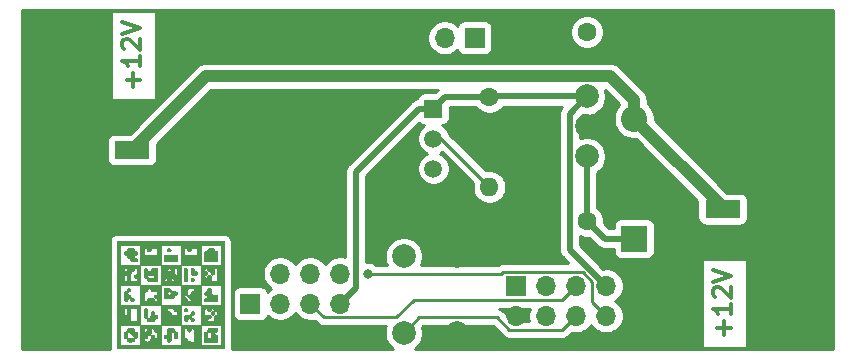
<source format=gbr>
%TF.GenerationSoftware,KiCad,Pcbnew,5.1.9+dfsg1-1~bpo10+1*%
%TF.CreationDate,2021-07-02T19:43:55+00:00*%
%TF.ProjectId,klima,6b6c696d-612e-46b6-9963-61645f706362,rev?*%
%TF.SameCoordinates,Original*%
%TF.FileFunction,Copper,L1,Top*%
%TF.FilePolarity,Positive*%
%FSLAX46Y46*%
G04 Gerber Fmt 4.6, Leading zero omitted, Abs format (unit mm)*
G04 Created by KiCad (PCBNEW 5.1.9+dfsg1-1~bpo10+1) date 2021-07-02 19:43:55*
%MOMM*%
%LPD*%
G01*
G04 APERTURE LIST*
%TA.AperFunction,NonConductor*%
%ADD10C,0.300000*%
%TD*%
%TA.AperFunction,EtchedComponent*%
%ADD11C,0.010000*%
%TD*%
%TA.AperFunction,ComponentPad*%
%ADD12C,2.000000*%
%TD*%
%TA.AperFunction,ComponentPad*%
%ADD13R,1.700000X1.700000*%
%TD*%
%TA.AperFunction,ComponentPad*%
%ADD14O,1.700000X1.700000*%
%TD*%
%TA.AperFunction,ComponentPad*%
%ADD15C,1.600000*%
%TD*%
%TA.AperFunction,ComponentPad*%
%ADD16R,2.200000X2.200000*%
%TD*%
%TA.AperFunction,ComponentPad*%
%ADD17O,2.200000X2.200000*%
%TD*%
%TA.AperFunction,ComponentPad*%
%ADD18C,5.600000*%
%TD*%
%TA.AperFunction,ComponentPad*%
%ADD19R,3.000000X1.500000*%
%TD*%
%TA.AperFunction,ComponentPad*%
%ADD20O,3.000000X1.500000*%
%TD*%
%TA.AperFunction,ComponentPad*%
%ADD21R,1.500000X1.500000*%
%TD*%
%TA.AperFunction,ComponentPad*%
%ADD22C,1.500000*%
%TD*%
%TA.AperFunction,ComponentPad*%
%ADD23O,1.600000X1.600000*%
%TD*%
%TA.AperFunction,ViaPad*%
%ADD24C,0.800000*%
%TD*%
%TA.AperFunction,Conductor*%
%ADD25C,0.500000*%
%TD*%
%TA.AperFunction,Conductor*%
%ADD26C,0.250000*%
%TD*%
%TA.AperFunction,Conductor*%
%ADD27C,1.000000*%
%TD*%
%TA.AperFunction,Conductor*%
%ADD28C,0.254000*%
%TD*%
%TA.AperFunction,Conductor*%
%ADD29C,0.100000*%
%TD*%
G04 APERTURE END LIST*
D10*
X160107142Y-98142857D02*
X160107142Y-97000000D01*
X160678571Y-97571428D02*
X159535714Y-97571428D01*
X160678571Y-95500000D02*
X160678571Y-96357142D01*
X160678571Y-95928571D02*
X159178571Y-95928571D01*
X159392857Y-96071428D01*
X159535714Y-96214285D01*
X159607142Y-96357142D01*
X159321428Y-94928571D02*
X159250000Y-94857142D01*
X159178571Y-94714285D01*
X159178571Y-94357142D01*
X159250000Y-94214285D01*
X159321428Y-94142857D01*
X159464285Y-94071428D01*
X159607142Y-94071428D01*
X159821428Y-94142857D01*
X160678571Y-95000000D01*
X160678571Y-94071428D01*
X159178571Y-93642857D02*
X160678571Y-93142857D01*
X159178571Y-92642857D01*
X110107142Y-77142857D02*
X110107142Y-76000000D01*
X110678571Y-76571428D02*
X109535714Y-76571428D01*
X110678571Y-74500000D02*
X110678571Y-75357142D01*
X110678571Y-74928571D02*
X109178571Y-74928571D01*
X109392857Y-75071428D01*
X109535714Y-75214285D01*
X109607142Y-75357142D01*
X109321428Y-73928571D02*
X109250000Y-73857142D01*
X109178571Y-73714285D01*
X109178571Y-73357142D01*
X109250000Y-73214285D01*
X109321428Y-73142857D01*
X109464285Y-73071428D01*
X109607142Y-73071428D01*
X109821428Y-73142857D01*
X110678571Y-74000000D01*
X110678571Y-73071428D01*
X109178571Y-72642857D02*
X110678571Y-72142857D01*
X109178571Y-71642857D01*
D11*
%TO.C,G\u002A\u002A\u002A*%
G36*
X117778134Y-99278134D02*
G01*
X108721867Y-99278134D01*
X108721867Y-97297075D01*
X109004875Y-97297075D01*
X109004875Y-98995126D01*
X110702925Y-98995126D01*
X110702925Y-98570613D01*
X110985933Y-98570613D01*
X111009666Y-98663190D01*
X111105590Y-98704106D01*
X111268942Y-98712117D01*
X111450090Y-98705309D01*
X111530583Y-98657652D01*
X111551270Y-98528298D01*
X111551950Y-98429109D01*
X111563816Y-98243955D01*
X111611778Y-98162123D01*
X111693454Y-98146100D01*
X111811703Y-98196130D01*
X111834958Y-98287605D01*
X111884988Y-98405853D01*
X111976463Y-98429109D01*
X112069040Y-98405376D01*
X112109955Y-98309452D01*
X112117967Y-98146100D01*
X112106100Y-97960946D01*
X112058138Y-97879115D01*
X111976463Y-97863092D01*
X111858214Y-97813063D01*
X111834958Y-97721588D01*
X111784929Y-97603339D01*
X111693454Y-97580084D01*
X111600877Y-97603817D01*
X111559962Y-97699740D01*
X111551950Y-97863092D01*
X111540084Y-98048246D01*
X111492122Y-98130078D01*
X111410446Y-98146100D01*
X111292197Y-98196130D01*
X111268942Y-98287605D01*
X111218912Y-98405853D01*
X111127438Y-98429109D01*
X111009189Y-98479138D01*
X110985933Y-98570613D01*
X110702925Y-98570613D01*
X110702925Y-97721588D01*
X110985933Y-97721588D01*
X111035963Y-97839836D01*
X111127438Y-97863092D01*
X111245686Y-97813063D01*
X111268942Y-97721588D01*
X111218912Y-97603339D01*
X111127438Y-97580084D01*
X111009189Y-97630113D01*
X110985933Y-97721588D01*
X110702925Y-97721588D01*
X110702925Y-97297075D01*
X109004875Y-97297075D01*
X108721867Y-97297075D01*
X108721867Y-96165042D01*
X109287883Y-96165042D01*
X109299750Y-96350196D01*
X109347712Y-96432027D01*
X109429387Y-96448050D01*
X109521965Y-96424318D01*
X109562880Y-96328394D01*
X109570892Y-96165042D01*
X109559025Y-95979888D01*
X109511063Y-95898057D01*
X109429387Y-95882034D01*
X109853900Y-95882034D01*
X109853900Y-97014067D01*
X110419917Y-97014067D01*
X110419917Y-95882034D01*
X109853900Y-95882034D01*
X109429387Y-95882034D01*
X109336810Y-95905766D01*
X109295895Y-96001690D01*
X109287883Y-96165042D01*
X108721867Y-96165042D01*
X108721867Y-93900975D01*
X109004875Y-93900975D01*
X109004875Y-95599025D01*
X110702925Y-95599025D01*
X110702925Y-97297075D01*
X112400975Y-97297075D01*
X112400975Y-98995126D01*
X114099025Y-98995126D01*
X114099025Y-98004596D01*
X114382034Y-98004596D01*
X114387197Y-98241695D01*
X114409878Y-98369811D01*
X114460863Y-98421304D01*
X114523538Y-98429109D01*
X114641786Y-98479138D01*
X114665042Y-98570613D01*
X114688775Y-98663190D01*
X114784699Y-98704106D01*
X114948050Y-98712117D01*
X115231059Y-98712117D01*
X115231059Y-98146100D01*
X115228104Y-97864087D01*
X115214498Y-97695069D01*
X115183123Y-97610583D01*
X115126863Y-97582167D01*
X115089555Y-97580084D01*
X114971306Y-97630113D01*
X114948050Y-97721588D01*
X114898021Y-97839836D01*
X114806546Y-97863092D01*
X114688298Y-97813063D01*
X114665042Y-97721588D01*
X114615013Y-97603339D01*
X114523538Y-97580084D01*
X114444505Y-97595573D01*
X114401800Y-97663616D01*
X114384635Y-97816572D01*
X114382034Y-98004596D01*
X114099025Y-98004596D01*
X114099025Y-97297075D01*
X115797075Y-97297075D01*
X115797075Y-98995126D01*
X117495126Y-98995126D01*
X117495126Y-97297075D01*
X115797075Y-97297075D01*
X115797075Y-96165042D01*
X116080084Y-96165042D01*
X116086892Y-96346190D01*
X116134549Y-96426683D01*
X116263903Y-96447370D01*
X116363092Y-96448050D01*
X116548246Y-96459917D01*
X116630078Y-96507879D01*
X116646100Y-96589555D01*
X116596071Y-96707803D01*
X116504596Y-96731059D01*
X116386348Y-96781088D01*
X116363092Y-96872563D01*
X116386825Y-96965140D01*
X116482749Y-97006056D01*
X116646100Y-97014067D01*
X116827249Y-97007259D01*
X116907742Y-96959602D01*
X116928428Y-96830248D01*
X116929109Y-96731059D01*
X116940975Y-96545904D01*
X116988937Y-96464073D01*
X117070613Y-96448050D01*
X117188862Y-96398021D01*
X117212117Y-96306546D01*
X117162088Y-96188298D01*
X117070613Y-96165042D01*
X116952365Y-96115013D01*
X116929109Y-96023538D01*
X116879080Y-95905289D01*
X116787605Y-95882034D01*
X116669356Y-95932063D01*
X116646100Y-96023538D01*
X116596071Y-96141786D01*
X116504596Y-96165042D01*
X116386348Y-96115013D01*
X116363092Y-96023538D01*
X116313063Y-95905289D01*
X116221588Y-95882034D01*
X116129011Y-95905766D01*
X116088095Y-96001690D01*
X116080084Y-96165042D01*
X115797075Y-96165042D01*
X115797075Y-95599025D01*
X117495126Y-95599025D01*
X117495126Y-93900975D01*
X115797075Y-93900975D01*
X115797075Y-92627438D01*
X116080084Y-92627438D01*
X116130113Y-92745686D01*
X116221588Y-92768942D01*
X116339836Y-92818971D01*
X116363092Y-92910446D01*
X116313063Y-93028694D01*
X116221588Y-93051950D01*
X116103339Y-93101979D01*
X116080084Y-93193454D01*
X116130113Y-93311703D01*
X116221588Y-93334958D01*
X116339836Y-93284929D01*
X116363092Y-93193454D01*
X116413121Y-93075206D01*
X116504596Y-93051950D01*
X116597173Y-93075683D01*
X116638089Y-93171607D01*
X116646100Y-93334958D01*
X116652909Y-93516107D01*
X116700565Y-93596600D01*
X116829920Y-93617286D01*
X116929109Y-93617967D01*
X117212117Y-93617967D01*
X117212117Y-93051950D01*
X117209163Y-92769936D01*
X117195556Y-92600918D01*
X117164181Y-92516433D01*
X117107922Y-92488016D01*
X117070613Y-92485933D01*
X116978036Y-92509666D01*
X116937120Y-92605590D01*
X116929109Y-92768942D01*
X116917242Y-92954096D01*
X116869281Y-93035927D01*
X116787605Y-93051950D01*
X116669356Y-93001921D01*
X116646100Y-92910446D01*
X116596071Y-92792197D01*
X116504596Y-92768942D01*
X116386348Y-92718912D01*
X116363092Y-92627438D01*
X116313063Y-92509189D01*
X116221588Y-92485933D01*
X116103339Y-92535963D01*
X116080084Y-92627438D01*
X115797075Y-92627438D01*
X115797075Y-92202925D01*
X114099025Y-92202925D01*
X114099025Y-91070892D01*
X114382034Y-91070892D01*
X114382034Y-91353900D01*
X115514067Y-91353900D01*
X115514067Y-91070892D01*
X115507259Y-90889743D01*
X115459602Y-90809250D01*
X115330248Y-90788564D01*
X115231059Y-90787883D01*
X115045904Y-90799750D01*
X114964073Y-90847712D01*
X114948050Y-90929387D01*
X114898021Y-91047636D01*
X114806546Y-91070892D01*
X114688298Y-91020862D01*
X114665042Y-90929387D01*
X114615013Y-90811139D01*
X114523538Y-90787883D01*
X114430961Y-90811616D01*
X114390045Y-90907540D01*
X114382034Y-91070892D01*
X114099025Y-91070892D01*
X114099025Y-90504875D01*
X115797075Y-90504875D01*
X115797075Y-92202925D01*
X117495126Y-92202925D01*
X117495126Y-90504875D01*
X115797075Y-90504875D01*
X114099025Y-90504875D01*
X112400975Y-90504875D01*
X112400975Y-92202925D01*
X110702925Y-92202925D01*
X110702925Y-93900975D01*
X109004875Y-93900975D01*
X108721867Y-93900975D01*
X108721867Y-93334958D01*
X109287883Y-93334958D01*
X109299750Y-93520113D01*
X109347712Y-93601944D01*
X109429387Y-93617967D01*
X109521965Y-93594234D01*
X109562880Y-93498310D01*
X109570892Y-93334958D01*
X109561823Y-93193454D01*
X109853900Y-93193454D01*
X109853900Y-93617967D01*
X110136908Y-93617967D01*
X110322063Y-93606100D01*
X110403894Y-93558138D01*
X110419917Y-93476463D01*
X110369887Y-93358214D01*
X110278412Y-93334958D01*
X110160164Y-93284929D01*
X110136908Y-93193454D01*
X110186938Y-93075206D01*
X110278412Y-93051950D01*
X110370990Y-93028217D01*
X110411905Y-92932293D01*
X110419917Y-92768942D01*
X110408050Y-92583787D01*
X110360088Y-92501956D01*
X110278412Y-92485933D01*
X110160164Y-92535963D01*
X110136908Y-92627438D01*
X110086879Y-92745686D01*
X109995404Y-92768942D01*
X109916371Y-92784431D01*
X109873666Y-92852474D01*
X109856501Y-93005430D01*
X109853900Y-93193454D01*
X109561823Y-93193454D01*
X109559025Y-93149804D01*
X109511063Y-93067973D01*
X109429387Y-93051950D01*
X109336810Y-93075683D01*
X109295895Y-93171607D01*
X109287883Y-93334958D01*
X108721867Y-93334958D01*
X108721867Y-92627438D01*
X109287883Y-92627438D01*
X109337912Y-92745686D01*
X109429387Y-92768942D01*
X109547636Y-92718912D01*
X109570892Y-92627438D01*
X109520862Y-92509189D01*
X109429387Y-92485933D01*
X109311139Y-92535963D01*
X109287883Y-92627438D01*
X108721867Y-92627438D01*
X108721867Y-90504875D01*
X109004875Y-90504875D01*
X109004875Y-92202925D01*
X110702925Y-92202925D01*
X110702925Y-91070892D01*
X110985933Y-91070892D01*
X110985933Y-91353900D01*
X112117967Y-91353900D01*
X112117967Y-91070892D01*
X112111159Y-90889743D01*
X112063502Y-90809250D01*
X111934147Y-90788564D01*
X111834958Y-90787883D01*
X111649804Y-90799750D01*
X111567973Y-90847712D01*
X111551950Y-90929387D01*
X111501921Y-91047636D01*
X111410446Y-91070892D01*
X111292197Y-91020862D01*
X111268942Y-90929387D01*
X111218912Y-90811139D01*
X111127438Y-90787883D01*
X111034860Y-90811616D01*
X110993945Y-90907540D01*
X110985933Y-91070892D01*
X110702925Y-91070892D01*
X110702925Y-90504875D01*
X109004875Y-90504875D01*
X108721867Y-90504875D01*
X108721867Y-90221867D01*
X117778134Y-90221867D01*
X117778134Y-99278134D01*
G37*
X117778134Y-99278134D02*
X108721867Y-99278134D01*
X108721867Y-97297075D01*
X109004875Y-97297075D01*
X109004875Y-98995126D01*
X110702925Y-98995126D01*
X110702925Y-98570613D01*
X110985933Y-98570613D01*
X111009666Y-98663190D01*
X111105590Y-98704106D01*
X111268942Y-98712117D01*
X111450090Y-98705309D01*
X111530583Y-98657652D01*
X111551270Y-98528298D01*
X111551950Y-98429109D01*
X111563816Y-98243955D01*
X111611778Y-98162123D01*
X111693454Y-98146100D01*
X111811703Y-98196130D01*
X111834958Y-98287605D01*
X111884988Y-98405853D01*
X111976463Y-98429109D01*
X112069040Y-98405376D01*
X112109955Y-98309452D01*
X112117967Y-98146100D01*
X112106100Y-97960946D01*
X112058138Y-97879115D01*
X111976463Y-97863092D01*
X111858214Y-97813063D01*
X111834958Y-97721588D01*
X111784929Y-97603339D01*
X111693454Y-97580084D01*
X111600877Y-97603817D01*
X111559962Y-97699740D01*
X111551950Y-97863092D01*
X111540084Y-98048246D01*
X111492122Y-98130078D01*
X111410446Y-98146100D01*
X111292197Y-98196130D01*
X111268942Y-98287605D01*
X111218912Y-98405853D01*
X111127438Y-98429109D01*
X111009189Y-98479138D01*
X110985933Y-98570613D01*
X110702925Y-98570613D01*
X110702925Y-97721588D01*
X110985933Y-97721588D01*
X111035963Y-97839836D01*
X111127438Y-97863092D01*
X111245686Y-97813063D01*
X111268942Y-97721588D01*
X111218912Y-97603339D01*
X111127438Y-97580084D01*
X111009189Y-97630113D01*
X110985933Y-97721588D01*
X110702925Y-97721588D01*
X110702925Y-97297075D01*
X109004875Y-97297075D01*
X108721867Y-97297075D01*
X108721867Y-96165042D01*
X109287883Y-96165042D01*
X109299750Y-96350196D01*
X109347712Y-96432027D01*
X109429387Y-96448050D01*
X109521965Y-96424318D01*
X109562880Y-96328394D01*
X109570892Y-96165042D01*
X109559025Y-95979888D01*
X109511063Y-95898057D01*
X109429387Y-95882034D01*
X109853900Y-95882034D01*
X109853900Y-97014067D01*
X110419917Y-97014067D01*
X110419917Y-95882034D01*
X109853900Y-95882034D01*
X109429387Y-95882034D01*
X109336810Y-95905766D01*
X109295895Y-96001690D01*
X109287883Y-96165042D01*
X108721867Y-96165042D01*
X108721867Y-93900975D01*
X109004875Y-93900975D01*
X109004875Y-95599025D01*
X110702925Y-95599025D01*
X110702925Y-97297075D01*
X112400975Y-97297075D01*
X112400975Y-98995126D01*
X114099025Y-98995126D01*
X114099025Y-98004596D01*
X114382034Y-98004596D01*
X114387197Y-98241695D01*
X114409878Y-98369811D01*
X114460863Y-98421304D01*
X114523538Y-98429109D01*
X114641786Y-98479138D01*
X114665042Y-98570613D01*
X114688775Y-98663190D01*
X114784699Y-98704106D01*
X114948050Y-98712117D01*
X115231059Y-98712117D01*
X115231059Y-98146100D01*
X115228104Y-97864087D01*
X115214498Y-97695069D01*
X115183123Y-97610583D01*
X115126863Y-97582167D01*
X115089555Y-97580084D01*
X114971306Y-97630113D01*
X114948050Y-97721588D01*
X114898021Y-97839836D01*
X114806546Y-97863092D01*
X114688298Y-97813063D01*
X114665042Y-97721588D01*
X114615013Y-97603339D01*
X114523538Y-97580084D01*
X114444505Y-97595573D01*
X114401800Y-97663616D01*
X114384635Y-97816572D01*
X114382034Y-98004596D01*
X114099025Y-98004596D01*
X114099025Y-97297075D01*
X115797075Y-97297075D01*
X115797075Y-98995126D01*
X117495126Y-98995126D01*
X117495126Y-97297075D01*
X115797075Y-97297075D01*
X115797075Y-96165042D01*
X116080084Y-96165042D01*
X116086892Y-96346190D01*
X116134549Y-96426683D01*
X116263903Y-96447370D01*
X116363092Y-96448050D01*
X116548246Y-96459917D01*
X116630078Y-96507879D01*
X116646100Y-96589555D01*
X116596071Y-96707803D01*
X116504596Y-96731059D01*
X116386348Y-96781088D01*
X116363092Y-96872563D01*
X116386825Y-96965140D01*
X116482749Y-97006056D01*
X116646100Y-97014067D01*
X116827249Y-97007259D01*
X116907742Y-96959602D01*
X116928428Y-96830248D01*
X116929109Y-96731059D01*
X116940975Y-96545904D01*
X116988937Y-96464073D01*
X117070613Y-96448050D01*
X117188862Y-96398021D01*
X117212117Y-96306546D01*
X117162088Y-96188298D01*
X117070613Y-96165042D01*
X116952365Y-96115013D01*
X116929109Y-96023538D01*
X116879080Y-95905289D01*
X116787605Y-95882034D01*
X116669356Y-95932063D01*
X116646100Y-96023538D01*
X116596071Y-96141786D01*
X116504596Y-96165042D01*
X116386348Y-96115013D01*
X116363092Y-96023538D01*
X116313063Y-95905289D01*
X116221588Y-95882034D01*
X116129011Y-95905766D01*
X116088095Y-96001690D01*
X116080084Y-96165042D01*
X115797075Y-96165042D01*
X115797075Y-95599025D01*
X117495126Y-95599025D01*
X117495126Y-93900975D01*
X115797075Y-93900975D01*
X115797075Y-92627438D01*
X116080084Y-92627438D01*
X116130113Y-92745686D01*
X116221588Y-92768942D01*
X116339836Y-92818971D01*
X116363092Y-92910446D01*
X116313063Y-93028694D01*
X116221588Y-93051950D01*
X116103339Y-93101979D01*
X116080084Y-93193454D01*
X116130113Y-93311703D01*
X116221588Y-93334958D01*
X116339836Y-93284929D01*
X116363092Y-93193454D01*
X116413121Y-93075206D01*
X116504596Y-93051950D01*
X116597173Y-93075683D01*
X116638089Y-93171607D01*
X116646100Y-93334958D01*
X116652909Y-93516107D01*
X116700565Y-93596600D01*
X116829920Y-93617286D01*
X116929109Y-93617967D01*
X117212117Y-93617967D01*
X117212117Y-93051950D01*
X117209163Y-92769936D01*
X117195556Y-92600918D01*
X117164181Y-92516433D01*
X117107922Y-92488016D01*
X117070613Y-92485933D01*
X116978036Y-92509666D01*
X116937120Y-92605590D01*
X116929109Y-92768942D01*
X116917242Y-92954096D01*
X116869281Y-93035927D01*
X116787605Y-93051950D01*
X116669356Y-93001921D01*
X116646100Y-92910446D01*
X116596071Y-92792197D01*
X116504596Y-92768942D01*
X116386348Y-92718912D01*
X116363092Y-92627438D01*
X116313063Y-92509189D01*
X116221588Y-92485933D01*
X116103339Y-92535963D01*
X116080084Y-92627438D01*
X115797075Y-92627438D01*
X115797075Y-92202925D01*
X114099025Y-92202925D01*
X114099025Y-91070892D01*
X114382034Y-91070892D01*
X114382034Y-91353900D01*
X115514067Y-91353900D01*
X115514067Y-91070892D01*
X115507259Y-90889743D01*
X115459602Y-90809250D01*
X115330248Y-90788564D01*
X115231059Y-90787883D01*
X115045904Y-90799750D01*
X114964073Y-90847712D01*
X114948050Y-90929387D01*
X114898021Y-91047636D01*
X114806546Y-91070892D01*
X114688298Y-91020862D01*
X114665042Y-90929387D01*
X114615013Y-90811139D01*
X114523538Y-90787883D01*
X114430961Y-90811616D01*
X114390045Y-90907540D01*
X114382034Y-91070892D01*
X114099025Y-91070892D01*
X114099025Y-90504875D01*
X115797075Y-90504875D01*
X115797075Y-92202925D01*
X117495126Y-92202925D01*
X117495126Y-90504875D01*
X115797075Y-90504875D01*
X114099025Y-90504875D01*
X112400975Y-90504875D01*
X112400975Y-92202925D01*
X110702925Y-92202925D01*
X110702925Y-93900975D01*
X109004875Y-93900975D01*
X108721867Y-93900975D01*
X108721867Y-93334958D01*
X109287883Y-93334958D01*
X109299750Y-93520113D01*
X109347712Y-93601944D01*
X109429387Y-93617967D01*
X109521965Y-93594234D01*
X109562880Y-93498310D01*
X109570892Y-93334958D01*
X109561823Y-93193454D01*
X109853900Y-93193454D01*
X109853900Y-93617967D01*
X110136908Y-93617967D01*
X110322063Y-93606100D01*
X110403894Y-93558138D01*
X110419917Y-93476463D01*
X110369887Y-93358214D01*
X110278412Y-93334958D01*
X110160164Y-93284929D01*
X110136908Y-93193454D01*
X110186938Y-93075206D01*
X110278412Y-93051950D01*
X110370990Y-93028217D01*
X110411905Y-92932293D01*
X110419917Y-92768942D01*
X110408050Y-92583787D01*
X110360088Y-92501956D01*
X110278412Y-92485933D01*
X110160164Y-92535963D01*
X110136908Y-92627438D01*
X110086879Y-92745686D01*
X109995404Y-92768942D01*
X109916371Y-92784431D01*
X109873666Y-92852474D01*
X109856501Y-93005430D01*
X109853900Y-93193454D01*
X109561823Y-93193454D01*
X109559025Y-93149804D01*
X109511063Y-93067973D01*
X109429387Y-93051950D01*
X109336810Y-93075683D01*
X109295895Y-93171607D01*
X109287883Y-93334958D01*
X108721867Y-93334958D01*
X108721867Y-92627438D01*
X109287883Y-92627438D01*
X109337912Y-92745686D01*
X109429387Y-92768942D01*
X109547636Y-92718912D01*
X109570892Y-92627438D01*
X109520862Y-92509189D01*
X109429387Y-92485933D01*
X109311139Y-92535963D01*
X109287883Y-92627438D01*
X108721867Y-92627438D01*
X108721867Y-90504875D01*
X109004875Y-90504875D01*
X109004875Y-92202925D01*
X110702925Y-92202925D01*
X110702925Y-91070892D01*
X110985933Y-91070892D01*
X110985933Y-91353900D01*
X112117967Y-91353900D01*
X112117967Y-91070892D01*
X112111159Y-90889743D01*
X112063502Y-90809250D01*
X111934147Y-90788564D01*
X111834958Y-90787883D01*
X111649804Y-90799750D01*
X111567973Y-90847712D01*
X111551950Y-90929387D01*
X111501921Y-91047636D01*
X111410446Y-91070892D01*
X111292197Y-91020862D01*
X111268942Y-90929387D01*
X111218912Y-90811139D01*
X111127438Y-90787883D01*
X111034860Y-90811616D01*
X110993945Y-90907540D01*
X110985933Y-91070892D01*
X110702925Y-91070892D01*
X110702925Y-90504875D01*
X109004875Y-90504875D01*
X108721867Y-90504875D01*
X108721867Y-90221867D01*
X117778134Y-90221867D01*
X117778134Y-99278134D01*
G36*
X110039054Y-97591950D02*
G01*
X110120885Y-97639912D01*
X110136908Y-97721588D01*
X110186938Y-97839836D01*
X110278412Y-97863092D01*
X110370990Y-97886825D01*
X110411905Y-97982749D01*
X110419917Y-98146100D01*
X110408050Y-98331255D01*
X110360088Y-98413086D01*
X110278412Y-98429109D01*
X110160164Y-98479138D01*
X110136908Y-98570613D01*
X110113175Y-98663190D01*
X110017252Y-98704106D01*
X109853900Y-98712117D01*
X109668746Y-98700251D01*
X109586915Y-98652289D01*
X109570892Y-98570613D01*
X109520862Y-98452365D01*
X109429387Y-98429109D01*
X109336810Y-98405376D01*
X109295895Y-98309452D01*
X109287883Y-98146100D01*
X109570892Y-98146100D01*
X109577700Y-98327249D01*
X109625357Y-98407742D01*
X109754711Y-98428428D01*
X109853900Y-98429109D01*
X110039054Y-98417242D01*
X110120885Y-98369281D01*
X110136908Y-98287605D01*
X110086879Y-98169356D01*
X109995404Y-98146100D01*
X109877156Y-98096071D01*
X109853900Y-98004596D01*
X109803871Y-97886348D01*
X109712396Y-97863092D01*
X109619819Y-97886825D01*
X109578903Y-97982749D01*
X109570892Y-98146100D01*
X109287883Y-98146100D01*
X109299750Y-97960946D01*
X109347712Y-97879115D01*
X109429387Y-97863092D01*
X109547636Y-97813063D01*
X109570892Y-97721588D01*
X109594624Y-97629011D01*
X109690548Y-97588095D01*
X109853900Y-97580084D01*
X110039054Y-97591950D01*
G37*
X110039054Y-97591950D02*
X110120885Y-97639912D01*
X110136908Y-97721588D01*
X110186938Y-97839836D01*
X110278412Y-97863092D01*
X110370990Y-97886825D01*
X110411905Y-97982749D01*
X110419917Y-98146100D01*
X110408050Y-98331255D01*
X110360088Y-98413086D01*
X110278412Y-98429109D01*
X110160164Y-98479138D01*
X110136908Y-98570613D01*
X110113175Y-98663190D01*
X110017252Y-98704106D01*
X109853900Y-98712117D01*
X109668746Y-98700251D01*
X109586915Y-98652289D01*
X109570892Y-98570613D01*
X109520862Y-98452365D01*
X109429387Y-98429109D01*
X109336810Y-98405376D01*
X109295895Y-98309452D01*
X109287883Y-98146100D01*
X109570892Y-98146100D01*
X109577700Y-98327249D01*
X109625357Y-98407742D01*
X109754711Y-98428428D01*
X109853900Y-98429109D01*
X110039054Y-98417242D01*
X110120885Y-98369281D01*
X110136908Y-98287605D01*
X110086879Y-98169356D01*
X109995404Y-98146100D01*
X109877156Y-98096071D01*
X109853900Y-98004596D01*
X109803871Y-97886348D01*
X109712396Y-97863092D01*
X109619819Y-97886825D01*
X109578903Y-97982749D01*
X109570892Y-98146100D01*
X109287883Y-98146100D01*
X109299750Y-97960946D01*
X109347712Y-97879115D01*
X109429387Y-97863092D01*
X109547636Y-97813063D01*
X109570892Y-97721588D01*
X109594624Y-97629011D01*
X109690548Y-97588095D01*
X109853900Y-97580084D01*
X110039054Y-97591950D01*
G36*
X113435155Y-97591950D02*
G01*
X113516986Y-97639912D01*
X113533009Y-97721588D01*
X113583038Y-97839836D01*
X113674513Y-97863092D01*
X113767090Y-97886825D01*
X113808005Y-97982749D01*
X113816017Y-98146100D01*
X113804151Y-98331255D01*
X113756189Y-98413086D01*
X113674513Y-98429109D01*
X113581936Y-98405376D01*
X113541020Y-98309452D01*
X113533009Y-98146100D01*
X113521142Y-97960946D01*
X113473180Y-97879115D01*
X113391504Y-97863092D01*
X113312471Y-97878582D01*
X113269766Y-97946624D01*
X113252602Y-98099580D01*
X113250000Y-98287605D01*
X113244837Y-98524704D01*
X113222156Y-98652819D01*
X113171171Y-98704313D01*
X113108496Y-98712117D01*
X112990248Y-98662088D01*
X112966992Y-98570613D01*
X112916963Y-98452365D01*
X112825488Y-98429109D01*
X112707239Y-98379080D01*
X112683983Y-98287605D01*
X112734013Y-98169356D01*
X112825488Y-98146100D01*
X112918065Y-98122368D01*
X112958980Y-98026444D01*
X112966992Y-97863092D01*
X112973800Y-97681944D01*
X113021457Y-97601451D01*
X113150811Y-97580764D01*
X113250000Y-97580084D01*
X113435155Y-97591950D01*
G37*
X113435155Y-97591950D02*
X113516986Y-97639912D01*
X113533009Y-97721588D01*
X113583038Y-97839836D01*
X113674513Y-97863092D01*
X113767090Y-97886825D01*
X113808005Y-97982749D01*
X113816017Y-98146100D01*
X113804151Y-98331255D01*
X113756189Y-98413086D01*
X113674513Y-98429109D01*
X113581936Y-98405376D01*
X113541020Y-98309452D01*
X113533009Y-98146100D01*
X113521142Y-97960946D01*
X113473180Y-97879115D01*
X113391504Y-97863092D01*
X113312471Y-97878582D01*
X113269766Y-97946624D01*
X113252602Y-98099580D01*
X113250000Y-98287605D01*
X113244837Y-98524704D01*
X113222156Y-98652819D01*
X113171171Y-98704313D01*
X113108496Y-98712117D01*
X112990248Y-98662088D01*
X112966992Y-98570613D01*
X112916963Y-98452365D01*
X112825488Y-98429109D01*
X112707239Y-98379080D01*
X112683983Y-98287605D01*
X112734013Y-98169356D01*
X112825488Y-98146100D01*
X112918065Y-98122368D01*
X112958980Y-98026444D01*
X112966992Y-97863092D01*
X112973800Y-97681944D01*
X113021457Y-97601451D01*
X113150811Y-97580764D01*
X113250000Y-97580084D01*
X113435155Y-97591950D01*
G36*
X117024704Y-97585247D02*
G01*
X117152819Y-97607928D01*
X117204313Y-97658913D01*
X117212117Y-97721588D01*
X117162088Y-97839836D01*
X117070613Y-97863092D01*
X116952365Y-97913121D01*
X116929109Y-98004596D01*
X116979138Y-98122845D01*
X117070613Y-98146100D01*
X117163190Y-98169833D01*
X117204106Y-98265757D01*
X117212117Y-98429109D01*
X117212117Y-98712117D01*
X116080084Y-98712117D01*
X116080084Y-98287605D01*
X116083165Y-98146100D01*
X116363092Y-98146100D01*
X116374959Y-98331255D01*
X116422920Y-98413086D01*
X116504596Y-98429109D01*
X116597173Y-98405376D01*
X116638089Y-98309452D01*
X116646100Y-98146100D01*
X116634234Y-97960946D01*
X116586272Y-97879115D01*
X116504596Y-97863092D01*
X116412019Y-97886825D01*
X116371104Y-97982749D01*
X116363092Y-98146100D01*
X116083165Y-98146100D01*
X116085247Y-98050506D01*
X116107928Y-97922390D01*
X116158913Y-97870896D01*
X116221588Y-97863092D01*
X116339836Y-97813063D01*
X116363092Y-97721588D01*
X116378582Y-97642555D01*
X116446624Y-97599850D01*
X116599580Y-97582685D01*
X116787605Y-97580084D01*
X117024704Y-97585247D01*
G37*
X117024704Y-97585247D02*
X117152819Y-97607928D01*
X117204313Y-97658913D01*
X117212117Y-97721588D01*
X117162088Y-97839836D01*
X117070613Y-97863092D01*
X116952365Y-97913121D01*
X116929109Y-98004596D01*
X116979138Y-98122845D01*
X117070613Y-98146100D01*
X117163190Y-98169833D01*
X117204106Y-98265757D01*
X117212117Y-98429109D01*
X117212117Y-98712117D01*
X116080084Y-98712117D01*
X116080084Y-98287605D01*
X116083165Y-98146100D01*
X116363092Y-98146100D01*
X116374959Y-98331255D01*
X116422920Y-98413086D01*
X116504596Y-98429109D01*
X116597173Y-98405376D01*
X116638089Y-98309452D01*
X116646100Y-98146100D01*
X116634234Y-97960946D01*
X116586272Y-97879115D01*
X116504596Y-97863092D01*
X116412019Y-97886825D01*
X116371104Y-97982749D01*
X116363092Y-98146100D01*
X116083165Y-98146100D01*
X116085247Y-98050506D01*
X116107928Y-97922390D01*
X116158913Y-97870896D01*
X116221588Y-97863092D01*
X116339836Y-97813063D01*
X116363092Y-97721588D01*
X116378582Y-97642555D01*
X116446624Y-97599850D01*
X116599580Y-97582685D01*
X116787605Y-97580084D01*
X117024704Y-97585247D01*
G36*
X115797075Y-93900975D02*
G01*
X115797075Y-95599025D01*
X114099025Y-95599025D01*
X114099025Y-97297075D01*
X112400975Y-97297075D01*
X112400975Y-96023538D01*
X112966992Y-96023538D01*
X113017021Y-96141786D01*
X113108496Y-96165042D01*
X113226745Y-96215071D01*
X113250000Y-96306546D01*
X113273733Y-96399123D01*
X113369657Y-96440039D01*
X113533009Y-96448050D01*
X113718163Y-96436184D01*
X113799994Y-96388222D01*
X113816017Y-96306546D01*
X113765988Y-96188298D01*
X113674513Y-96165042D01*
X113556264Y-96115013D01*
X113533009Y-96023538D01*
X113509276Y-95930961D01*
X113413352Y-95890045D01*
X113250000Y-95882034D01*
X113064846Y-95893900D01*
X112983015Y-95941862D01*
X112966992Y-96023538D01*
X112400975Y-96023538D01*
X112400975Y-95599025D01*
X110702925Y-95599025D01*
X110702925Y-94891504D01*
X110985933Y-94891504D01*
X110991097Y-95128603D01*
X111013777Y-95256719D01*
X111064763Y-95308213D01*
X111127438Y-95316017D01*
X111245686Y-95265988D01*
X111268942Y-95174513D01*
X111292675Y-95081936D01*
X111388598Y-95041020D01*
X111551950Y-95033009D01*
X111737104Y-95044875D01*
X111818935Y-95092837D01*
X111834958Y-95174513D01*
X111884988Y-95292761D01*
X111976463Y-95316017D01*
X112094711Y-95265988D01*
X112117967Y-95174513D01*
X112067937Y-95056264D01*
X111976463Y-95033009D01*
X111858214Y-94982979D01*
X111834958Y-94891504D01*
X111884988Y-94773256D01*
X111976463Y-94750000D01*
X112094711Y-94699971D01*
X112117967Y-94608496D01*
X112094234Y-94515919D01*
X111998310Y-94475003D01*
X111834958Y-94466992D01*
X111649804Y-94455125D01*
X111567973Y-94407164D01*
X111551950Y-94325488D01*
X111501921Y-94207239D01*
X111410446Y-94183983D01*
X111292197Y-94234013D01*
X111268942Y-94325488D01*
X111218912Y-94443736D01*
X111127438Y-94466992D01*
X111048405Y-94482481D01*
X111005699Y-94550524D01*
X110988535Y-94703480D01*
X110985933Y-94891504D01*
X110702925Y-94891504D01*
X110702925Y-93900975D01*
X112400975Y-93900975D01*
X112400975Y-95599025D01*
X114099025Y-95599025D01*
X114099025Y-94891504D01*
X114382034Y-94891504D01*
X114432063Y-95009753D01*
X114523538Y-95033009D01*
X114641786Y-95083038D01*
X114665042Y-95174513D01*
X114715071Y-95292761D01*
X114806546Y-95316017D01*
X114924795Y-95265988D01*
X114948050Y-95174513D01*
X114898021Y-95056264D01*
X114806546Y-95033009D01*
X114688298Y-94982979D01*
X114665042Y-94891504D01*
X114715071Y-94773256D01*
X114806546Y-94750000D01*
X114924795Y-94699971D01*
X114948050Y-94608496D01*
X114998080Y-94490248D01*
X115089555Y-94466992D01*
X115207803Y-94416963D01*
X115231059Y-94325488D01*
X115207326Y-94232911D01*
X115111402Y-94191995D01*
X114948050Y-94183983D01*
X114766902Y-94190792D01*
X114686409Y-94238448D01*
X114665723Y-94367803D01*
X114665042Y-94466992D01*
X114653176Y-94652146D01*
X114605214Y-94733977D01*
X114523538Y-94750000D01*
X114405289Y-94800029D01*
X114382034Y-94891504D01*
X114099025Y-94891504D01*
X114099025Y-93900975D01*
X112400975Y-93900975D01*
X112400975Y-93476463D01*
X112683983Y-93476463D01*
X112734013Y-93594711D01*
X112825488Y-93617967D01*
X112943736Y-93567937D01*
X112966992Y-93476463D01*
X113250000Y-93476463D01*
X113300029Y-93594711D01*
X113391504Y-93617967D01*
X113509753Y-93567937D01*
X113533009Y-93476463D01*
X113482979Y-93358214D01*
X113391504Y-93334958D01*
X113273256Y-93384988D01*
X113250000Y-93476463D01*
X112966992Y-93476463D01*
X112916963Y-93358214D01*
X112825488Y-93334958D01*
X112707239Y-93384988D01*
X112683983Y-93476463D01*
X112400975Y-93476463D01*
X112400975Y-92627438D01*
X112966992Y-92627438D01*
X113017021Y-92745686D01*
X113108496Y-92768942D01*
X113533009Y-92768942D01*
X113544875Y-92954096D01*
X113592837Y-93035927D01*
X113674513Y-93051950D01*
X113767090Y-93028217D01*
X113808005Y-92932293D01*
X113816017Y-92768942D01*
X113804151Y-92583787D01*
X113756189Y-92501956D01*
X113674513Y-92485933D01*
X113581936Y-92509666D01*
X113541020Y-92605590D01*
X113533009Y-92768942D01*
X113108496Y-92768942D01*
X113226745Y-92718912D01*
X113250000Y-92627438D01*
X113199971Y-92509189D01*
X113108496Y-92485933D01*
X112990248Y-92535963D01*
X112966992Y-92627438D01*
X112400975Y-92627438D01*
X112400975Y-92202925D01*
X114099025Y-92202925D01*
X114099025Y-93900975D01*
X115797075Y-93900975D01*
G37*
X115797075Y-93900975D02*
X115797075Y-95599025D01*
X114099025Y-95599025D01*
X114099025Y-97297075D01*
X112400975Y-97297075D01*
X112400975Y-96023538D01*
X112966992Y-96023538D01*
X113017021Y-96141786D01*
X113108496Y-96165042D01*
X113226745Y-96215071D01*
X113250000Y-96306546D01*
X113273733Y-96399123D01*
X113369657Y-96440039D01*
X113533009Y-96448050D01*
X113718163Y-96436184D01*
X113799994Y-96388222D01*
X113816017Y-96306546D01*
X113765988Y-96188298D01*
X113674513Y-96165042D01*
X113556264Y-96115013D01*
X113533009Y-96023538D01*
X113509276Y-95930961D01*
X113413352Y-95890045D01*
X113250000Y-95882034D01*
X113064846Y-95893900D01*
X112983015Y-95941862D01*
X112966992Y-96023538D01*
X112400975Y-96023538D01*
X112400975Y-95599025D01*
X110702925Y-95599025D01*
X110702925Y-94891504D01*
X110985933Y-94891504D01*
X110991097Y-95128603D01*
X111013777Y-95256719D01*
X111064763Y-95308213D01*
X111127438Y-95316017D01*
X111245686Y-95265988D01*
X111268942Y-95174513D01*
X111292675Y-95081936D01*
X111388598Y-95041020D01*
X111551950Y-95033009D01*
X111737104Y-95044875D01*
X111818935Y-95092837D01*
X111834958Y-95174513D01*
X111884988Y-95292761D01*
X111976463Y-95316017D01*
X112094711Y-95265988D01*
X112117967Y-95174513D01*
X112067937Y-95056264D01*
X111976463Y-95033009D01*
X111858214Y-94982979D01*
X111834958Y-94891504D01*
X111884988Y-94773256D01*
X111976463Y-94750000D01*
X112094711Y-94699971D01*
X112117967Y-94608496D01*
X112094234Y-94515919D01*
X111998310Y-94475003D01*
X111834958Y-94466992D01*
X111649804Y-94455125D01*
X111567973Y-94407164D01*
X111551950Y-94325488D01*
X111501921Y-94207239D01*
X111410446Y-94183983D01*
X111292197Y-94234013D01*
X111268942Y-94325488D01*
X111218912Y-94443736D01*
X111127438Y-94466992D01*
X111048405Y-94482481D01*
X111005699Y-94550524D01*
X110988535Y-94703480D01*
X110985933Y-94891504D01*
X110702925Y-94891504D01*
X110702925Y-93900975D01*
X112400975Y-93900975D01*
X112400975Y-95599025D01*
X114099025Y-95599025D01*
X114099025Y-94891504D01*
X114382034Y-94891504D01*
X114432063Y-95009753D01*
X114523538Y-95033009D01*
X114641786Y-95083038D01*
X114665042Y-95174513D01*
X114715071Y-95292761D01*
X114806546Y-95316017D01*
X114924795Y-95265988D01*
X114948050Y-95174513D01*
X114898021Y-95056264D01*
X114806546Y-95033009D01*
X114688298Y-94982979D01*
X114665042Y-94891504D01*
X114715071Y-94773256D01*
X114806546Y-94750000D01*
X114924795Y-94699971D01*
X114948050Y-94608496D01*
X114998080Y-94490248D01*
X115089555Y-94466992D01*
X115207803Y-94416963D01*
X115231059Y-94325488D01*
X115207326Y-94232911D01*
X115111402Y-94191995D01*
X114948050Y-94183983D01*
X114766902Y-94190792D01*
X114686409Y-94238448D01*
X114665723Y-94367803D01*
X114665042Y-94466992D01*
X114653176Y-94652146D01*
X114605214Y-94733977D01*
X114523538Y-94750000D01*
X114405289Y-94800029D01*
X114382034Y-94891504D01*
X114099025Y-94891504D01*
X114099025Y-93900975D01*
X112400975Y-93900975D01*
X112400975Y-93476463D01*
X112683983Y-93476463D01*
X112734013Y-93594711D01*
X112825488Y-93617967D01*
X112943736Y-93567937D01*
X112966992Y-93476463D01*
X113250000Y-93476463D01*
X113300029Y-93594711D01*
X113391504Y-93617967D01*
X113509753Y-93567937D01*
X113533009Y-93476463D01*
X113482979Y-93358214D01*
X113391504Y-93334958D01*
X113273256Y-93384988D01*
X113250000Y-93476463D01*
X112966992Y-93476463D01*
X112916963Y-93358214D01*
X112825488Y-93334958D01*
X112707239Y-93384988D01*
X112683983Y-93476463D01*
X112400975Y-93476463D01*
X112400975Y-92627438D01*
X112966992Y-92627438D01*
X113017021Y-92745686D01*
X113108496Y-92768942D01*
X113533009Y-92768942D01*
X113544875Y-92954096D01*
X113592837Y-93035927D01*
X113674513Y-93051950D01*
X113767090Y-93028217D01*
X113808005Y-92932293D01*
X113816017Y-92768942D01*
X113804151Y-92583787D01*
X113756189Y-92501956D01*
X113674513Y-92485933D01*
X113581936Y-92509666D01*
X113541020Y-92605590D01*
X113533009Y-92768942D01*
X113108496Y-92768942D01*
X113226745Y-92718912D01*
X113250000Y-92627438D01*
X113199971Y-92509189D01*
X113108496Y-92485933D01*
X112990248Y-92535963D01*
X112966992Y-92627438D01*
X112400975Y-92627438D01*
X112400975Y-92202925D01*
X114099025Y-92202925D01*
X114099025Y-93900975D01*
X115797075Y-93900975D01*
G36*
X111206470Y-95897523D02*
G01*
X111249176Y-95965566D01*
X111266340Y-96118522D01*
X111268942Y-96306546D01*
X111274105Y-96543645D01*
X111296786Y-96671761D01*
X111347771Y-96723254D01*
X111410446Y-96731059D01*
X111503023Y-96707326D01*
X111543939Y-96611402D01*
X111551950Y-96448050D01*
X111563816Y-96262896D01*
X111611778Y-96181065D01*
X111693454Y-96165042D01*
X111811703Y-96215071D01*
X111834958Y-96306546D01*
X111884988Y-96424795D01*
X111976463Y-96448050D01*
X112094711Y-96498080D01*
X112117967Y-96589555D01*
X112067937Y-96707803D01*
X111976463Y-96731059D01*
X111858214Y-96781088D01*
X111834958Y-96872563D01*
X111811226Y-96965140D01*
X111715302Y-97006056D01*
X111551950Y-97014067D01*
X111366796Y-97002201D01*
X111284965Y-96954239D01*
X111268942Y-96872563D01*
X111218912Y-96754314D01*
X111127438Y-96731059D01*
X111048405Y-96715569D01*
X111005699Y-96647527D01*
X110988535Y-96494571D01*
X110985933Y-96306546D01*
X110991097Y-96069447D01*
X111013777Y-95941332D01*
X111064763Y-95889838D01*
X111127438Y-95882034D01*
X111206470Y-95897523D01*
G37*
X111206470Y-95897523D02*
X111249176Y-95965566D01*
X111266340Y-96118522D01*
X111268942Y-96306546D01*
X111274105Y-96543645D01*
X111296786Y-96671761D01*
X111347771Y-96723254D01*
X111410446Y-96731059D01*
X111503023Y-96707326D01*
X111543939Y-96611402D01*
X111551950Y-96448050D01*
X111563816Y-96262896D01*
X111611778Y-96181065D01*
X111693454Y-96165042D01*
X111811703Y-96215071D01*
X111834958Y-96306546D01*
X111884988Y-96424795D01*
X111976463Y-96448050D01*
X112094711Y-96498080D01*
X112117967Y-96589555D01*
X112067937Y-96707803D01*
X111976463Y-96731059D01*
X111858214Y-96781088D01*
X111834958Y-96872563D01*
X111811226Y-96965140D01*
X111715302Y-97006056D01*
X111551950Y-97014067D01*
X111366796Y-97002201D01*
X111284965Y-96954239D01*
X111268942Y-96872563D01*
X111218912Y-96754314D01*
X111127438Y-96731059D01*
X111048405Y-96715569D01*
X111005699Y-96647527D01*
X110988535Y-96494571D01*
X110985933Y-96306546D01*
X110991097Y-96069447D01*
X111013777Y-95941332D01*
X111064763Y-95889838D01*
X111127438Y-95882034D01*
X111206470Y-95897523D01*
G36*
X115207803Y-96215071D02*
G01*
X115231059Y-96306546D01*
X115181029Y-96424795D01*
X115089555Y-96448050D01*
X114971306Y-96498080D01*
X114948050Y-96589555D01*
X114998080Y-96707803D01*
X115089555Y-96731059D01*
X115207803Y-96781088D01*
X115231059Y-96872563D01*
X115181029Y-96990811D01*
X115089555Y-97014067D01*
X114971306Y-96964038D01*
X114948050Y-96872563D01*
X114898021Y-96754314D01*
X114806546Y-96731059D01*
X114688298Y-96781088D01*
X114665042Y-96872563D01*
X114615013Y-96990811D01*
X114523538Y-97014067D01*
X114430961Y-96990334D01*
X114390045Y-96894410D01*
X114382034Y-96731059D01*
X114388842Y-96549910D01*
X114436499Y-96469417D01*
X114565853Y-96448731D01*
X114665042Y-96448050D01*
X114850196Y-96436184D01*
X114932027Y-96388222D01*
X114948050Y-96306546D01*
X114998080Y-96188298D01*
X115089555Y-96165042D01*
X115207803Y-96215071D01*
G37*
X115207803Y-96215071D02*
X115231059Y-96306546D01*
X115181029Y-96424795D01*
X115089555Y-96448050D01*
X114971306Y-96498080D01*
X114948050Y-96589555D01*
X114998080Y-96707803D01*
X115089555Y-96731059D01*
X115207803Y-96781088D01*
X115231059Y-96872563D01*
X115181029Y-96990811D01*
X115089555Y-97014067D01*
X114971306Y-96964038D01*
X114948050Y-96872563D01*
X114898021Y-96754314D01*
X114806546Y-96731059D01*
X114688298Y-96781088D01*
X114665042Y-96872563D01*
X114615013Y-96990811D01*
X114523538Y-97014067D01*
X114430961Y-96990334D01*
X114390045Y-96894410D01*
X114382034Y-96731059D01*
X114388842Y-96549910D01*
X114436499Y-96469417D01*
X114565853Y-96448731D01*
X114665042Y-96448050D01*
X114850196Y-96436184D01*
X114932027Y-96388222D01*
X114948050Y-96306546D01*
X114998080Y-96188298D01*
X115089555Y-96165042D01*
X115207803Y-96215071D01*
G36*
X114641786Y-95932063D02*
G01*
X114665042Y-96023538D01*
X114615013Y-96141786D01*
X114523538Y-96165042D01*
X114405289Y-96115013D01*
X114382034Y-96023538D01*
X114432063Y-95905289D01*
X114523538Y-95882034D01*
X114641786Y-95932063D01*
G37*
X114641786Y-95932063D02*
X114665042Y-96023538D01*
X114615013Y-96141786D01*
X114523538Y-96165042D01*
X114405289Y-96115013D01*
X114382034Y-96023538D01*
X114432063Y-95905289D01*
X114523538Y-95882034D01*
X114641786Y-95932063D01*
G36*
X109830644Y-94234013D02*
G01*
X109853900Y-94325488D01*
X109803871Y-94443736D01*
X109712396Y-94466992D01*
X109594147Y-94517021D01*
X109570892Y-94608496D01*
X109620921Y-94726745D01*
X109712396Y-94750000D01*
X109830644Y-94800029D01*
X109853900Y-94891504D01*
X109903929Y-95009753D01*
X109995404Y-95033009D01*
X110113653Y-95083038D01*
X110136908Y-95174513D01*
X110086879Y-95292761D01*
X109995404Y-95316017D01*
X109877156Y-95265988D01*
X109853900Y-95174513D01*
X109803871Y-95056264D01*
X109712396Y-95033009D01*
X109594147Y-95083038D01*
X109570892Y-95174513D01*
X109520862Y-95292761D01*
X109429387Y-95316017D01*
X109350354Y-95300527D01*
X109307649Y-95232485D01*
X109290485Y-95079529D01*
X109287883Y-94891504D01*
X109293046Y-94654406D01*
X109315727Y-94526290D01*
X109366713Y-94474796D01*
X109429387Y-94466992D01*
X109547636Y-94416963D01*
X109570892Y-94325488D01*
X109620921Y-94207239D01*
X109712396Y-94183983D01*
X109830644Y-94234013D01*
G37*
X109830644Y-94234013D02*
X109853900Y-94325488D01*
X109803871Y-94443736D01*
X109712396Y-94466992D01*
X109594147Y-94517021D01*
X109570892Y-94608496D01*
X109620921Y-94726745D01*
X109712396Y-94750000D01*
X109830644Y-94800029D01*
X109853900Y-94891504D01*
X109903929Y-95009753D01*
X109995404Y-95033009D01*
X110113653Y-95083038D01*
X110136908Y-95174513D01*
X110086879Y-95292761D01*
X109995404Y-95316017D01*
X109877156Y-95265988D01*
X109853900Y-95174513D01*
X109803871Y-95056264D01*
X109712396Y-95033009D01*
X109594147Y-95083038D01*
X109570892Y-95174513D01*
X109520862Y-95292761D01*
X109429387Y-95316017D01*
X109350354Y-95300527D01*
X109307649Y-95232485D01*
X109290485Y-95079529D01*
X109287883Y-94891504D01*
X109293046Y-94654406D01*
X109315727Y-94526290D01*
X109366713Y-94474796D01*
X109429387Y-94466992D01*
X109547636Y-94416963D01*
X109570892Y-94325488D01*
X109620921Y-94207239D01*
X109712396Y-94183983D01*
X109830644Y-94234013D01*
G36*
X116597173Y-94207716D02*
G01*
X116638089Y-94303640D01*
X116646100Y-94466992D01*
X116652909Y-94648140D01*
X116700565Y-94728633D01*
X116829920Y-94749320D01*
X116929109Y-94750000D01*
X117110257Y-94756808D01*
X117190750Y-94804465D01*
X117211437Y-94933820D01*
X117212117Y-95033009D01*
X117212117Y-95316017D01*
X116646100Y-95316017D01*
X116364087Y-95313063D01*
X116195069Y-95299456D01*
X116110583Y-95268081D01*
X116082167Y-95211821D01*
X116080084Y-95174513D01*
X116130113Y-95056264D01*
X116221588Y-95033009D01*
X116339836Y-94982979D01*
X116363092Y-94891504D01*
X116313063Y-94773256D01*
X116221588Y-94750000D01*
X116103339Y-94699971D01*
X116080084Y-94608496D01*
X116130113Y-94490248D01*
X116221588Y-94466992D01*
X116339836Y-94416963D01*
X116363092Y-94325488D01*
X116413121Y-94207239D01*
X116504596Y-94183983D01*
X116597173Y-94207716D01*
G37*
X116597173Y-94207716D02*
X116638089Y-94303640D01*
X116646100Y-94466992D01*
X116652909Y-94648140D01*
X116700565Y-94728633D01*
X116829920Y-94749320D01*
X116929109Y-94750000D01*
X117110257Y-94756808D01*
X117190750Y-94804465D01*
X117211437Y-94933820D01*
X117212117Y-95033009D01*
X117212117Y-95316017D01*
X116646100Y-95316017D01*
X116364087Y-95313063D01*
X116195069Y-95299456D01*
X116110583Y-95268081D01*
X116082167Y-95211821D01*
X116080084Y-95174513D01*
X116130113Y-95056264D01*
X116221588Y-95033009D01*
X116339836Y-94982979D01*
X116363092Y-94891504D01*
X116313063Y-94773256D01*
X116221588Y-94750000D01*
X116103339Y-94699971D01*
X116080084Y-94608496D01*
X116130113Y-94490248D01*
X116221588Y-94466992D01*
X116339836Y-94416963D01*
X116363092Y-94325488D01*
X116413121Y-94207239D01*
X116504596Y-94183983D01*
X116597173Y-94207716D01*
G36*
X112117967Y-93617967D02*
G01*
X111693454Y-93617967D01*
X111456355Y-93612804D01*
X111328240Y-93590123D01*
X111276746Y-93539137D01*
X111268942Y-93476463D01*
X111218912Y-93358214D01*
X111127438Y-93334958D01*
X111048405Y-93319469D01*
X111005699Y-93251427D01*
X110999194Y-93193454D01*
X111268942Y-93193454D01*
X111292675Y-93286031D01*
X111388598Y-93326947D01*
X111551950Y-93334958D01*
X111737104Y-93323092D01*
X111818935Y-93275130D01*
X111834958Y-93193454D01*
X111811226Y-93100877D01*
X111715302Y-93059962D01*
X111551950Y-93051950D01*
X111366796Y-93063816D01*
X111284965Y-93111778D01*
X111268942Y-93193454D01*
X110999194Y-93193454D01*
X110988535Y-93098470D01*
X110985933Y-92910446D01*
X110991097Y-92673347D01*
X111013777Y-92545231D01*
X111064763Y-92493738D01*
X111127438Y-92485933D01*
X111245686Y-92535963D01*
X111268942Y-92627438D01*
X111318971Y-92745686D01*
X111410446Y-92768942D01*
X111528694Y-92718912D01*
X111551950Y-92627438D01*
X111575683Y-92534860D01*
X111671607Y-92493945D01*
X111834958Y-92485933D01*
X112117967Y-92485933D01*
X112117967Y-93617967D01*
G37*
X112117967Y-93617967D02*
X111693454Y-93617967D01*
X111456355Y-93612804D01*
X111328240Y-93590123D01*
X111276746Y-93539137D01*
X111268942Y-93476463D01*
X111218912Y-93358214D01*
X111127438Y-93334958D01*
X111048405Y-93319469D01*
X111005699Y-93251427D01*
X110999194Y-93193454D01*
X111268942Y-93193454D01*
X111292675Y-93286031D01*
X111388598Y-93326947D01*
X111551950Y-93334958D01*
X111737104Y-93323092D01*
X111818935Y-93275130D01*
X111834958Y-93193454D01*
X111811226Y-93100877D01*
X111715302Y-93059962D01*
X111551950Y-93051950D01*
X111366796Y-93063816D01*
X111284965Y-93111778D01*
X111268942Y-93193454D01*
X110999194Y-93193454D01*
X110988535Y-93098470D01*
X110985933Y-92910446D01*
X110991097Y-92673347D01*
X111013777Y-92545231D01*
X111064763Y-92493738D01*
X111127438Y-92485933D01*
X111245686Y-92535963D01*
X111268942Y-92627438D01*
X111318971Y-92745686D01*
X111410446Y-92768942D01*
X111528694Y-92718912D01*
X111551950Y-92627438D01*
X111575683Y-92534860D01*
X111671607Y-92493945D01*
X111834958Y-92485933D01*
X112117967Y-92485933D01*
X112117967Y-93617967D01*
G36*
X114594041Y-92497750D02*
G01*
X114636296Y-92552177D01*
X114657417Y-92677678D01*
X114664521Y-92902715D01*
X114665042Y-93051950D01*
X114662088Y-93333964D01*
X114648481Y-93502982D01*
X114617106Y-93587467D01*
X114560846Y-93615884D01*
X114523538Y-93617967D01*
X114453034Y-93606150D01*
X114410780Y-93551723D01*
X114389659Y-93426223D01*
X114382554Y-93201185D01*
X114382034Y-93051950D01*
X114384988Y-92769936D01*
X114398595Y-92600918D01*
X114429970Y-92516433D01*
X114486229Y-92488016D01*
X114523538Y-92485933D01*
X114594041Y-92497750D01*
G37*
X114594041Y-92497750D02*
X114636296Y-92552177D01*
X114657417Y-92677678D01*
X114664521Y-92902715D01*
X114665042Y-93051950D01*
X114662088Y-93333964D01*
X114648481Y-93502982D01*
X114617106Y-93587467D01*
X114560846Y-93615884D01*
X114523538Y-93617967D01*
X114453034Y-93606150D01*
X114410780Y-93551723D01*
X114389659Y-93426223D01*
X114382554Y-93201185D01*
X114382034Y-93051950D01*
X114384988Y-92769936D01*
X114398595Y-92600918D01*
X114429970Y-92516433D01*
X114486229Y-92488016D01*
X114523538Y-92485933D01*
X114594041Y-92497750D01*
G36*
X115207803Y-93384988D02*
G01*
X115231059Y-93476463D01*
X115181029Y-93594711D01*
X115089555Y-93617967D01*
X114971306Y-93567937D01*
X114948050Y-93476463D01*
X114998080Y-93358214D01*
X115089555Y-93334958D01*
X115207803Y-93384988D01*
G37*
X115207803Y-93384988D02*
X115231059Y-93476463D01*
X115181029Y-93594711D01*
X115089555Y-93617967D01*
X114971306Y-93567937D01*
X114948050Y-93476463D01*
X114998080Y-93358214D01*
X115089555Y-93334958D01*
X115207803Y-93384988D01*
G36*
X115207803Y-92535963D02*
G01*
X115231059Y-92627438D01*
X115281088Y-92745686D01*
X115372563Y-92768942D01*
X115490811Y-92818971D01*
X115514067Y-92910446D01*
X115490334Y-93003023D01*
X115394410Y-93043939D01*
X115231059Y-93051950D01*
X115049910Y-93045142D01*
X114969417Y-92997485D01*
X114948731Y-92868131D01*
X114948050Y-92768942D01*
X114959917Y-92583787D01*
X115007879Y-92501956D01*
X115089555Y-92485933D01*
X115207803Y-92535963D01*
G37*
X115207803Y-92535963D02*
X115231059Y-92627438D01*
X115281088Y-92745686D01*
X115372563Y-92768942D01*
X115490811Y-92818971D01*
X115514067Y-92910446D01*
X115490334Y-93003023D01*
X115394410Y-93043939D01*
X115231059Y-93051950D01*
X115049910Y-93045142D01*
X114969417Y-92997485D01*
X114948731Y-92868131D01*
X114948050Y-92768942D01*
X114959917Y-92583787D01*
X115007879Y-92501956D01*
X115089555Y-92485933D01*
X115207803Y-92535963D01*
G36*
X110039054Y-90799750D02*
G01*
X110120885Y-90847712D01*
X110136908Y-90929387D01*
X110186938Y-91047636D01*
X110278412Y-91070892D01*
X110396661Y-91120921D01*
X110419917Y-91212396D01*
X110369887Y-91330644D01*
X110278412Y-91353900D01*
X110160164Y-91403929D01*
X110136908Y-91495404D01*
X110186938Y-91613653D01*
X110278412Y-91636908D01*
X110396661Y-91686938D01*
X110419917Y-91778412D01*
X110396184Y-91870990D01*
X110300260Y-91911905D01*
X110136908Y-91919917D01*
X109951754Y-91908050D01*
X109869923Y-91860088D01*
X109853900Y-91778412D01*
X109803871Y-91660164D01*
X109712396Y-91636908D01*
X109594147Y-91586879D01*
X109570892Y-91495404D01*
X109520862Y-91377156D01*
X109429387Y-91353900D01*
X109311139Y-91303871D01*
X109287883Y-91212396D01*
X109337912Y-91094147D01*
X109429387Y-91070892D01*
X109547636Y-91020862D01*
X109570892Y-90929387D01*
X109594624Y-90836810D01*
X109690548Y-90795895D01*
X109853900Y-90787883D01*
X110039054Y-90799750D01*
G37*
X110039054Y-90799750D02*
X110120885Y-90847712D01*
X110136908Y-90929387D01*
X110186938Y-91047636D01*
X110278412Y-91070892D01*
X110396661Y-91120921D01*
X110419917Y-91212396D01*
X110369887Y-91330644D01*
X110278412Y-91353900D01*
X110160164Y-91403929D01*
X110136908Y-91495404D01*
X110186938Y-91613653D01*
X110278412Y-91636908D01*
X110396661Y-91686938D01*
X110419917Y-91778412D01*
X110396184Y-91870990D01*
X110300260Y-91911905D01*
X110136908Y-91919917D01*
X109951754Y-91908050D01*
X109869923Y-91860088D01*
X109853900Y-91778412D01*
X109803871Y-91660164D01*
X109712396Y-91636908D01*
X109594147Y-91586879D01*
X109570892Y-91495404D01*
X109520862Y-91377156D01*
X109429387Y-91353900D01*
X109311139Y-91303871D01*
X109287883Y-91212396D01*
X109337912Y-91094147D01*
X109429387Y-91070892D01*
X109547636Y-91020862D01*
X109570892Y-90929387D01*
X109594624Y-90836810D01*
X109690548Y-90795895D01*
X109853900Y-90787883D01*
X110039054Y-90799750D01*
G36*
X113816017Y-91919917D02*
G01*
X112683983Y-91919917D01*
X112683983Y-91353900D01*
X113816017Y-91353900D01*
X113816017Y-91919917D01*
G37*
X113816017Y-91919917D02*
X112683983Y-91919917D01*
X112683983Y-91353900D01*
X113816017Y-91353900D01*
X113816017Y-91919917D01*
G36*
X116831255Y-90799750D02*
G01*
X116913086Y-90847712D01*
X116929109Y-90929387D01*
X116979138Y-91047636D01*
X117070613Y-91070892D01*
X117149646Y-91086381D01*
X117192351Y-91154423D01*
X117209516Y-91307380D01*
X117212117Y-91495404D01*
X117212117Y-91919917D01*
X116080084Y-91919917D01*
X116080084Y-91495404D01*
X116085247Y-91258305D01*
X116107928Y-91130189D01*
X116158913Y-91078696D01*
X116221588Y-91070892D01*
X116339836Y-91020862D01*
X116363092Y-90929387D01*
X116386825Y-90836810D01*
X116482749Y-90795895D01*
X116646100Y-90787883D01*
X116831255Y-90799750D01*
G37*
X116831255Y-90799750D02*
X116913086Y-90847712D01*
X116929109Y-90929387D01*
X116979138Y-91047636D01*
X117070613Y-91070892D01*
X117149646Y-91086381D01*
X117192351Y-91154423D01*
X117209516Y-91307380D01*
X117212117Y-91495404D01*
X117212117Y-91919917D01*
X116080084Y-91919917D01*
X116080084Y-91495404D01*
X116085247Y-91258305D01*
X116107928Y-91130189D01*
X116158913Y-91078696D01*
X116221588Y-91070892D01*
X116339836Y-91020862D01*
X116363092Y-90929387D01*
X116386825Y-90836810D01*
X116482749Y-90795895D01*
X116646100Y-90787883D01*
X116831255Y-90799750D01*
G36*
X113226745Y-90837912D02*
G01*
X113250000Y-90929387D01*
X113199971Y-91047636D01*
X113108496Y-91070892D01*
X112990248Y-91020862D01*
X112966992Y-90929387D01*
X113017021Y-90811139D01*
X113108496Y-90787883D01*
X113226745Y-90837912D01*
G37*
X113226745Y-90837912D02*
X113250000Y-90929387D01*
X113199971Y-91047636D01*
X113108496Y-91070892D01*
X112990248Y-91020862D01*
X112966992Y-90929387D01*
X113017021Y-90811139D01*
X113108496Y-90787883D01*
X113226745Y-90837912D01*
G36*
X116905853Y-96215071D02*
G01*
X116929109Y-96306546D01*
X116879080Y-96424795D01*
X116787605Y-96448050D01*
X116669356Y-96398021D01*
X116646100Y-96306546D01*
X116696130Y-96188298D01*
X116787605Y-96165042D01*
X116905853Y-96215071D01*
G37*
X116905853Y-96215071D02*
X116929109Y-96306546D01*
X116879080Y-96424795D01*
X116787605Y-96448050D01*
X116669356Y-96398021D01*
X116646100Y-96306546D01*
X116696130Y-96188298D01*
X116787605Y-96165042D01*
X116905853Y-96215071D01*
G36*
X113152146Y-94195850D02*
G01*
X113233977Y-94243812D01*
X113250000Y-94325488D01*
X113273733Y-94418065D01*
X113369657Y-94458980D01*
X113533009Y-94466992D01*
X113718163Y-94478858D01*
X113799994Y-94526820D01*
X113816017Y-94608496D01*
X113765988Y-94726745D01*
X113674513Y-94750000D01*
X113556264Y-94800029D01*
X113533009Y-94891504D01*
X113517519Y-94970537D01*
X113449477Y-95013243D01*
X113296520Y-95030407D01*
X113108496Y-95033009D01*
X112683983Y-95033009D01*
X112683983Y-94608496D01*
X112966992Y-94608496D01*
X113017021Y-94726745D01*
X113108496Y-94750000D01*
X113226745Y-94699971D01*
X113250000Y-94608496D01*
X113199971Y-94490248D01*
X113108496Y-94466992D01*
X112990248Y-94517021D01*
X112966992Y-94608496D01*
X112683983Y-94608496D01*
X112683983Y-94183983D01*
X112966992Y-94183983D01*
X113152146Y-94195850D01*
G37*
X113152146Y-94195850D02*
X113233977Y-94243812D01*
X113250000Y-94325488D01*
X113273733Y-94418065D01*
X113369657Y-94458980D01*
X113533009Y-94466992D01*
X113718163Y-94478858D01*
X113799994Y-94526820D01*
X113816017Y-94608496D01*
X113765988Y-94726745D01*
X113674513Y-94750000D01*
X113556264Y-94800029D01*
X113533009Y-94891504D01*
X113517519Y-94970537D01*
X113449477Y-95013243D01*
X113296520Y-95030407D01*
X113108496Y-95033009D01*
X112683983Y-95033009D01*
X112683983Y-94608496D01*
X112966992Y-94608496D01*
X113017021Y-94726745D01*
X113108496Y-94750000D01*
X113226745Y-94699971D01*
X113250000Y-94608496D01*
X113199971Y-94490248D01*
X113108496Y-94466992D01*
X112990248Y-94517021D01*
X112966992Y-94608496D01*
X112683983Y-94608496D01*
X112683983Y-94183983D01*
X112966992Y-94183983D01*
X113152146Y-94195850D01*
%TD*%
D12*
%TO.P,SW101,2*%
%TO.N,GND*%
X137500000Y-98000000D03*
%TO.P,SW101,1*%
%TO.N,/IO0*%
X133000000Y-98000000D03*
%TO.P,SW101,2*%
%TO.N,GND*%
X137500000Y-91500000D03*
%TO.P,SW101,1*%
%TO.N,/IO0*%
X133000000Y-91500000D03*
%TD*%
D13*
%TO.P,J104,1*%
%TO.N,/RX*%
X139000000Y-73000000D03*
D14*
%TO.P,J104,2*%
%TO.N,/TX*%
X136460000Y-73000000D03*
%TO.P,J104,3*%
%TO.N,GND*%
X133920000Y-73000000D03*
%TD*%
D15*
%TO.P,C101,1*%
%TO.N,Net-(C101-Pad1)*%
X148500000Y-88500000D03*
%TO.P,C101,2*%
%TO.N,GND*%
X143500000Y-88500000D03*
%TD*%
%TO.P,C102,2*%
%TO.N,GND*%
X143500000Y-72500000D03*
%TO.P,C102,1*%
%TO.N,+3V3*%
X148500000Y-72500000D03*
%TD*%
D16*
%TO.P,D101,1*%
%TO.N,Net-(C101-Pad1)*%
X152500000Y-90000000D03*
D17*
%TO.P,D101,2*%
%TO.N,+12V*%
X152500000Y-79840000D03*
%TD*%
D18*
%TO.P,H101,1*%
%TO.N,GND*%
X105000000Y-95000000D03*
%TD*%
%TO.P,H102,1*%
%TO.N,GND*%
X165000000Y-95000000D03*
%TD*%
%TO.P,H103,1*%
%TO.N,GND*%
X165000000Y-75000000D03*
%TD*%
%TO.P,H104,1*%
%TO.N,GND*%
X105000000Y-75000000D03*
%TD*%
D19*
%TO.P,J103,1*%
%TO.N,+12V*%
X110000000Y-82500000D03*
D20*
%TO.P,J103,2*%
%TO.N,GND*%
X110000000Y-87500000D03*
%TD*%
%TO.P,J105,2*%
%TO.N,GND*%
X160000000Y-82500000D03*
D19*
%TO.P,J105,1*%
%TO.N,+12V*%
X160000000Y-87500000D03*
%TD*%
D12*
%TO.P,U101,1*%
%TO.N,Net-(C101-Pad1)*%
X148500000Y-83040000D03*
%TO.P,U101,2*%
%TO.N,GND*%
X148500000Y-80500000D03*
%TO.P,U101,3*%
%TO.N,+3V3*%
X148500000Y-77960000D03*
%TD*%
D21*
%TO.P,U102,1*%
%TO.N,+3V3*%
X135500000Y-79000000D03*
D22*
%TO.P,U102,2*%
%TO.N,/IO2*%
X135500000Y-81540000D03*
%TO.P,U102,3*%
%TO.N,N/C*%
X135500000Y-84080000D03*
%TO.P,U102,4*%
%TO.N,GND*%
X135500000Y-86620000D03*
%TD*%
D13*
%TO.P,J101,1*%
%TO.N,/TX*%
X120000000Y-95500000D03*
D14*
%TO.P,J101,2*%
%TO.N,GND*%
X120000000Y-92960000D03*
%TO.P,J101,3*%
%TO.N,/EN*%
X122540000Y-95500000D03*
%TO.P,J101,4*%
%TO.N,/IO2*%
X122540000Y-92960000D03*
%TO.P,J101,5*%
%TO.N,/~RST*%
X125080000Y-95500000D03*
%TO.P,J101,6*%
%TO.N,/IO0*%
X125080000Y-92960000D03*
%TO.P,J101,7*%
%TO.N,+3V3*%
X127620000Y-95500000D03*
%TO.P,J101,8*%
%TO.N,/RX*%
X127620000Y-92960000D03*
%TD*%
D13*
%TO.P,J102,1*%
%TO.N,/TX*%
X142500000Y-94000000D03*
D14*
%TO.P,J102,2*%
%TO.N,GND*%
X142500000Y-96540000D03*
%TO.P,J102,3*%
%TO.N,/EN*%
X145040000Y-94000000D03*
%TO.P,J102,4*%
%TO.N,/IO2*%
X145040000Y-96540000D03*
%TO.P,J102,5*%
%TO.N,/~RST*%
X147580000Y-94000000D03*
%TO.P,J102,6*%
%TO.N,/IO0*%
X147580000Y-96540000D03*
%TO.P,J102,7*%
%TO.N,+3V3*%
X150120000Y-94000000D03*
%TO.P,J102,8*%
%TO.N,/RX*%
X150120000Y-96540000D03*
%TD*%
D15*
%TO.P,R101,1*%
%TO.N,+3V3*%
X140250000Y-78000000D03*
D23*
%TO.P,R101,2*%
%TO.N,/IO2*%
X140250000Y-85620000D03*
%TD*%
D24*
%TO.N,GND*%
X127250000Y-98250000D03*
X130000000Y-98250000D03*
X120750000Y-98250000D03*
X123500000Y-98250000D03*
X133500000Y-83250000D03*
X130500000Y-86250000D03*
X127250000Y-89500000D03*
X126000000Y-90750000D03*
X141000000Y-74000000D03*
X141250000Y-88000000D03*
X141250000Y-91000000D03*
%TO.N,/RX*%
X130000000Y-93000000D03*
%TD*%
D25*
%TO.N,Net-(C101-Pad1)*%
X150000000Y-90000000D02*
X148500000Y-88500000D01*
X152500000Y-90000000D02*
X150000000Y-90000000D01*
X148500000Y-88500000D02*
X148500000Y-83040000D01*
%TO.N,+3V3*%
X140290000Y-77960000D02*
X140250000Y-78000000D01*
X148500000Y-77960000D02*
X140290000Y-77960000D01*
X136500000Y-78000000D02*
X135500000Y-79000000D01*
X140250000Y-78000000D02*
X136500000Y-78000000D01*
X135500000Y-79000000D02*
X135500000Y-79258002D01*
D26*
X127620000Y-95500000D02*
X127795001Y-95324999D01*
D25*
X147049999Y-90929999D02*
X150120000Y-94000000D01*
X147049999Y-79410001D02*
X147049999Y-90929999D01*
X148500000Y-77960000D02*
X147049999Y-79410001D01*
X128920001Y-94199999D02*
X127620000Y-95500000D01*
X128920001Y-84329999D02*
X128920001Y-94199999D01*
X134250000Y-79000000D02*
X128920001Y-84329999D01*
X135500000Y-79000000D02*
X134250000Y-79000000D01*
D27*
%TO.N,+12V*%
X150475633Y-76259999D02*
X152500000Y-78284366D01*
X116240001Y-76259999D02*
X150475633Y-76259999D01*
X152500000Y-78284366D02*
X152500000Y-79840000D01*
X110000000Y-82500000D02*
X116240001Y-76259999D01*
X160000000Y-87340000D02*
X160000000Y-87500000D01*
X152500000Y-79840000D02*
X160000000Y-87340000D01*
D26*
%TO.N,/RX*%
X148944999Y-95364999D02*
X150120000Y-96540000D01*
X148944999Y-93638185D02*
X148944999Y-95364999D01*
X148131813Y-92824999D02*
X148944999Y-93638185D01*
X141389999Y-92824999D02*
X148131813Y-92824999D01*
X141214998Y-93000000D02*
X141389999Y-92824999D01*
X130000000Y-93000000D02*
X141214998Y-93000000D01*
%TO.N,/IO0*%
X125080000Y-93596410D02*
X125080000Y-92960000D01*
X146404999Y-97715001D02*
X147580000Y-96540000D01*
X141935999Y-97715001D02*
X146404999Y-97715001D01*
X140895997Y-96674999D02*
X141935999Y-97715001D01*
X134325001Y-96674999D02*
X140895997Y-96674999D01*
X133000000Y-98000000D02*
X134325001Y-96674999D01*
%TO.N,/IO2*%
X136170000Y-81540000D02*
X135500000Y-81540000D01*
X140250000Y-85620000D02*
X136170000Y-81540000D01*
%TO.N,/~RST*%
X146404999Y-95175001D02*
X147580000Y-94000000D01*
X133863997Y-95175001D02*
X146404999Y-95175001D01*
X126255001Y-96675001D02*
X132363997Y-96675001D01*
X132363997Y-96675001D02*
X133863997Y-95175001D01*
X125080000Y-95500000D02*
X126255001Y-96675001D01*
%TD*%
D28*
%TO.N,GND*%
X169340000Y-71032418D02*
X169340001Y-71032428D01*
X169340000Y-99340000D01*
X133937470Y-99340000D01*
X134042252Y-99269987D01*
X134269987Y-99042252D01*
X134448918Y-98774463D01*
X134572168Y-98476912D01*
X134635000Y-98161033D01*
X134635000Y-97838967D01*
X134572168Y-97523088D01*
X134566177Y-97508625D01*
X134639804Y-97434999D01*
X140581196Y-97434999D01*
X141372200Y-98226004D01*
X141395998Y-98255002D01*
X141424996Y-98278800D01*
X141511722Y-98349975D01*
X141634254Y-98415470D01*
X141643752Y-98420547D01*
X141787013Y-98464004D01*
X141898666Y-98475001D01*
X141898676Y-98475001D01*
X141935999Y-98478677D01*
X141973322Y-98475001D01*
X146367677Y-98475001D01*
X146404999Y-98478677D01*
X146442321Y-98475001D01*
X146442332Y-98475001D01*
X146553985Y-98464004D01*
X146697246Y-98420547D01*
X146829275Y-98349975D01*
X146945000Y-98255002D01*
X146968803Y-98225998D01*
X147213592Y-97981209D01*
X147433740Y-98025000D01*
X147726260Y-98025000D01*
X148013158Y-97967932D01*
X148283411Y-97855990D01*
X148526632Y-97693475D01*
X148733475Y-97486632D01*
X148850000Y-97312240D01*
X148966525Y-97486632D01*
X149173368Y-97693475D01*
X149416589Y-97855990D01*
X149686842Y-97967932D01*
X149973740Y-98025000D01*
X150266260Y-98025000D01*
X150553158Y-97967932D01*
X150823411Y-97855990D01*
X151066632Y-97693475D01*
X151273475Y-97486632D01*
X151435990Y-97243411D01*
X151547932Y-96973158D01*
X151605000Y-96686260D01*
X151605000Y-96393740D01*
X151547932Y-96106842D01*
X151435990Y-95836589D01*
X151273475Y-95593368D01*
X151066632Y-95386525D01*
X150892240Y-95270000D01*
X151066632Y-95153475D01*
X151273475Y-94946632D01*
X151435990Y-94703411D01*
X151547932Y-94433158D01*
X151605000Y-94146260D01*
X151605000Y-93853740D01*
X151547932Y-93566842D01*
X151435990Y-93296589D01*
X151273475Y-93053368D01*
X151066632Y-92846525D01*
X150823411Y-92684010D01*
X150553158Y-92572068D01*
X150266260Y-92515000D01*
X149973740Y-92515000D01*
X149901040Y-92529461D01*
X147934999Y-90563421D01*
X147934999Y-89819201D01*
X148081426Y-89879853D01*
X148358665Y-89935000D01*
X148641335Y-89935000D01*
X148676439Y-89928017D01*
X149343470Y-90595049D01*
X149371183Y-90628817D01*
X149404951Y-90656530D01*
X149404953Y-90656532D01*
X149448986Y-90692669D01*
X149505941Y-90739411D01*
X149659687Y-90821589D01*
X149826510Y-90872195D01*
X149956523Y-90885000D01*
X149956533Y-90885000D01*
X149999999Y-90889281D01*
X150043465Y-90885000D01*
X150761928Y-90885000D01*
X150761928Y-91100000D01*
X150774188Y-91224482D01*
X150810498Y-91344180D01*
X150869463Y-91454494D01*
X150948815Y-91551185D01*
X151045506Y-91630537D01*
X151155820Y-91689502D01*
X151275518Y-91725812D01*
X151400000Y-91738072D01*
X153600000Y-91738072D01*
X153724482Y-91725812D01*
X153760124Y-91715000D01*
X158210000Y-91715000D01*
X158210000Y-99285000D01*
X162030000Y-99285000D01*
X162030000Y-91715000D01*
X158210000Y-91715000D01*
X153760124Y-91715000D01*
X153844180Y-91689502D01*
X153954494Y-91630537D01*
X154051185Y-91551185D01*
X154130537Y-91454494D01*
X154189502Y-91344180D01*
X154225812Y-91224482D01*
X154238072Y-91100000D01*
X154238072Y-88900000D01*
X154225812Y-88775518D01*
X154189502Y-88655820D01*
X154130537Y-88545506D01*
X154051185Y-88448815D01*
X153954494Y-88369463D01*
X153844180Y-88310498D01*
X153724482Y-88274188D01*
X153600000Y-88261928D01*
X151400000Y-88261928D01*
X151275518Y-88274188D01*
X151155820Y-88310498D01*
X151045506Y-88369463D01*
X150948815Y-88448815D01*
X150869463Y-88545506D01*
X150810498Y-88655820D01*
X150774188Y-88775518D01*
X150761928Y-88900000D01*
X150761928Y-89115000D01*
X150366579Y-89115000D01*
X149928017Y-88676439D01*
X149935000Y-88641335D01*
X149935000Y-88358665D01*
X149879853Y-88081426D01*
X149771680Y-87820273D01*
X149614637Y-87585241D01*
X149414759Y-87385363D01*
X149385000Y-87365479D01*
X149385000Y-84415059D01*
X149542252Y-84309987D01*
X149769987Y-84082252D01*
X149948918Y-83814463D01*
X150072168Y-83516912D01*
X150135000Y-83201033D01*
X150135000Y-82878967D01*
X150072168Y-82563088D01*
X149948918Y-82265537D01*
X149769987Y-81997748D01*
X149542252Y-81770013D01*
X149274463Y-81591082D01*
X148976912Y-81467832D01*
X148661033Y-81405000D01*
X148338967Y-81405000D01*
X148023088Y-81467832D01*
X147934999Y-81504320D01*
X147934999Y-79776579D01*
X148153475Y-79558103D01*
X148338967Y-79595000D01*
X148661033Y-79595000D01*
X148976912Y-79532168D01*
X149274463Y-79408918D01*
X149542252Y-79229987D01*
X149769987Y-79002252D01*
X149948918Y-78734463D01*
X150072168Y-78436912D01*
X150135000Y-78121033D01*
X150135000Y-77798967D01*
X150072168Y-77483088D01*
X150057020Y-77446517D01*
X151248421Y-78637918D01*
X151152337Y-78734002D01*
X150962463Y-79018169D01*
X150831675Y-79333919D01*
X150765000Y-79669117D01*
X150765000Y-80010883D01*
X150831675Y-80346081D01*
X150962463Y-80661831D01*
X151152337Y-80945998D01*
X151394002Y-81187663D01*
X151678169Y-81377537D01*
X151993919Y-81508325D01*
X152329117Y-81575000D01*
X152629869Y-81575000D01*
X157861928Y-86807061D01*
X157861928Y-88250000D01*
X157874188Y-88374482D01*
X157910498Y-88494180D01*
X157969463Y-88604494D01*
X158048815Y-88701185D01*
X158145506Y-88780537D01*
X158255820Y-88839502D01*
X158375518Y-88875812D01*
X158500000Y-88888072D01*
X161500000Y-88888072D01*
X161624482Y-88875812D01*
X161744180Y-88839502D01*
X161854494Y-88780537D01*
X161951185Y-88701185D01*
X162030537Y-88604494D01*
X162089502Y-88494180D01*
X162125812Y-88374482D01*
X162138072Y-88250000D01*
X162138072Y-86750000D01*
X162125812Y-86625518D01*
X162089502Y-86505820D01*
X162030537Y-86395506D01*
X161951185Y-86298815D01*
X161854494Y-86219463D01*
X161744180Y-86160498D01*
X161624482Y-86124188D01*
X161500000Y-86111928D01*
X160377061Y-86111928D01*
X154235000Y-79969869D01*
X154235000Y-79669117D01*
X154168325Y-79333919D01*
X154037537Y-79018169D01*
X153847663Y-78734002D01*
X153635000Y-78521339D01*
X153635000Y-78340107D01*
X153640490Y-78284365D01*
X153635000Y-78228623D01*
X153635000Y-78228614D01*
X153618577Y-78061867D01*
X153553676Y-77847919D01*
X153448284Y-77650743D01*
X153306449Y-77477917D01*
X153263141Y-77442375D01*
X151317629Y-75496864D01*
X151282082Y-75453550D01*
X151109256Y-75311715D01*
X150912080Y-75206323D01*
X150698132Y-75141422D01*
X150531385Y-75124999D01*
X150531384Y-75124999D01*
X150475633Y-75119508D01*
X150419882Y-75124999D01*
X116295752Y-75124999D01*
X116240000Y-75119508D01*
X116184249Y-75124999D01*
X116017502Y-75141422D01*
X115803554Y-75206323D01*
X115606378Y-75311715D01*
X115433552Y-75453550D01*
X115398010Y-75496858D01*
X109782941Y-81111928D01*
X108500000Y-81111928D01*
X108375518Y-81124188D01*
X108255820Y-81160498D01*
X108145506Y-81219463D01*
X108048815Y-81298815D01*
X107969463Y-81395506D01*
X107910498Y-81505820D01*
X107874188Y-81625518D01*
X107861928Y-81750000D01*
X107861928Y-83250000D01*
X107874188Y-83374482D01*
X107910498Y-83494180D01*
X107969463Y-83604494D01*
X108048815Y-83701185D01*
X108145506Y-83780537D01*
X108255820Y-83839502D01*
X108375518Y-83875812D01*
X108500000Y-83888072D01*
X111500000Y-83888072D01*
X111624482Y-83875812D01*
X111744180Y-83839502D01*
X111854494Y-83780537D01*
X111951185Y-83701185D01*
X112030537Y-83604494D01*
X112089502Y-83494180D01*
X112125812Y-83374482D01*
X112138072Y-83250000D01*
X112138072Y-81967059D01*
X116710133Y-77394999D01*
X135851638Y-77394999D01*
X135843470Y-77404951D01*
X135636493Y-77611928D01*
X134750000Y-77611928D01*
X134625518Y-77624188D01*
X134505820Y-77660498D01*
X134395506Y-77719463D01*
X134298815Y-77798815D01*
X134219463Y-77895506D01*
X134160498Y-78005820D01*
X134124941Y-78123035D01*
X134076510Y-78127805D01*
X133909687Y-78178411D01*
X133815763Y-78228614D01*
X133755941Y-78260589D01*
X133654953Y-78343468D01*
X133654951Y-78343470D01*
X133621183Y-78371183D01*
X133593470Y-78404951D01*
X128324957Y-83673465D01*
X128291184Y-83701182D01*
X128180590Y-83835941D01*
X128098412Y-83989687D01*
X128047806Y-84156510D01*
X128035001Y-84286523D01*
X128035001Y-84286530D01*
X128030720Y-84329999D01*
X128035001Y-84373468D01*
X128035002Y-91528456D01*
X127766260Y-91475000D01*
X127473740Y-91475000D01*
X127186842Y-91532068D01*
X126916589Y-91644010D01*
X126673368Y-91806525D01*
X126466525Y-92013368D01*
X126350000Y-92187760D01*
X126233475Y-92013368D01*
X126026632Y-91806525D01*
X125783411Y-91644010D01*
X125513158Y-91532068D01*
X125226260Y-91475000D01*
X124933740Y-91475000D01*
X124646842Y-91532068D01*
X124376589Y-91644010D01*
X124133368Y-91806525D01*
X123926525Y-92013368D01*
X123810000Y-92187760D01*
X123693475Y-92013368D01*
X123486632Y-91806525D01*
X123243411Y-91644010D01*
X122973158Y-91532068D01*
X122686260Y-91475000D01*
X122393740Y-91475000D01*
X122106842Y-91532068D01*
X121836589Y-91644010D01*
X121593368Y-91806525D01*
X121386525Y-92013368D01*
X121224010Y-92256589D01*
X121112068Y-92526842D01*
X121055000Y-92813740D01*
X121055000Y-93106260D01*
X121112068Y-93393158D01*
X121224010Y-93663411D01*
X121386525Y-93906632D01*
X121593368Y-94113475D01*
X121767760Y-94230000D01*
X121593368Y-94346525D01*
X121461513Y-94478380D01*
X121439502Y-94405820D01*
X121380537Y-94295506D01*
X121301185Y-94198815D01*
X121204494Y-94119463D01*
X121094180Y-94060498D01*
X120974482Y-94024188D01*
X120850000Y-94011928D01*
X119150000Y-94011928D01*
X119025518Y-94024188D01*
X118905820Y-94060498D01*
X118795506Y-94119463D01*
X118698815Y-94198815D01*
X118619463Y-94295506D01*
X118560498Y-94405820D01*
X118524188Y-94525518D01*
X118511928Y-94650000D01*
X118511928Y-96350000D01*
X118524188Y-96474482D01*
X118560498Y-96594180D01*
X118619463Y-96704494D01*
X118698815Y-96801185D01*
X118795506Y-96880537D01*
X118905820Y-96939502D01*
X119025518Y-96975812D01*
X119150000Y-96988072D01*
X120850000Y-96988072D01*
X120974482Y-96975812D01*
X121094180Y-96939502D01*
X121204494Y-96880537D01*
X121301185Y-96801185D01*
X121380537Y-96704494D01*
X121439502Y-96594180D01*
X121461513Y-96521620D01*
X121593368Y-96653475D01*
X121836589Y-96815990D01*
X122106842Y-96927932D01*
X122393740Y-96985000D01*
X122686260Y-96985000D01*
X122973158Y-96927932D01*
X123243411Y-96815990D01*
X123486632Y-96653475D01*
X123693475Y-96446632D01*
X123810000Y-96272240D01*
X123926525Y-96446632D01*
X124133368Y-96653475D01*
X124376589Y-96815990D01*
X124646842Y-96927932D01*
X124933740Y-96985000D01*
X125226260Y-96985000D01*
X125446408Y-96941210D01*
X125691201Y-97186003D01*
X125715000Y-97215002D01*
X125830725Y-97309975D01*
X125962754Y-97380547D01*
X126106015Y-97424004D01*
X126217668Y-97435001D01*
X126217677Y-97435001D01*
X126255000Y-97438677D01*
X126292323Y-97435001D01*
X131464319Y-97435001D01*
X131427832Y-97523088D01*
X131365000Y-97838967D01*
X131365000Y-98161033D01*
X131427832Y-98476912D01*
X131551082Y-98774463D01*
X131730013Y-99042252D01*
X131957748Y-99269987D01*
X132062530Y-99340000D01*
X118412135Y-99340000D01*
X118418072Y-99287070D01*
X118418102Y-99282755D01*
X118418118Y-99282602D01*
X118418104Y-99282449D01*
X118418134Y-99278134D01*
X118418134Y-90221867D01*
X118412257Y-90161929D01*
X118406798Y-90101943D01*
X118406164Y-90099788D01*
X118405945Y-90097557D01*
X118388560Y-90039976D01*
X118371532Y-89982119D01*
X118370491Y-89980127D01*
X118369843Y-89977982D01*
X118341558Y-89924785D01*
X118313663Y-89871427D01*
X118312260Y-89869682D01*
X118311204Y-89867696D01*
X118273129Y-89821013D01*
X118235397Y-89774082D01*
X118233675Y-89772637D01*
X118232259Y-89770901D01*
X118185930Y-89732574D01*
X118139713Y-89693794D01*
X118137743Y-89692711D01*
X118136017Y-89691283D01*
X118083125Y-89662684D01*
X118030257Y-89633620D01*
X118028114Y-89632940D01*
X118026144Y-89631875D01*
X117968629Y-89614071D01*
X117911197Y-89595853D01*
X117908969Y-89595603D01*
X117906824Y-89594939D01*
X117846957Y-89588647D01*
X117787070Y-89581929D01*
X117782755Y-89581899D01*
X117782602Y-89581883D01*
X117782449Y-89581897D01*
X117778134Y-89581867D01*
X108721867Y-89581867D01*
X108661929Y-89587744D01*
X108601943Y-89593203D01*
X108599788Y-89593837D01*
X108597557Y-89594056D01*
X108539976Y-89611441D01*
X108482119Y-89628469D01*
X108480127Y-89629510D01*
X108477982Y-89630158D01*
X108424785Y-89658443D01*
X108371427Y-89686338D01*
X108369682Y-89687741D01*
X108367696Y-89688797D01*
X108321013Y-89726872D01*
X108274082Y-89764604D01*
X108272637Y-89766326D01*
X108270901Y-89767742D01*
X108232574Y-89814071D01*
X108193794Y-89860288D01*
X108192711Y-89862258D01*
X108191283Y-89863984D01*
X108162684Y-89916876D01*
X108133620Y-89969744D01*
X108132940Y-89971887D01*
X108131875Y-89973857D01*
X108114071Y-90031372D01*
X108095853Y-90088804D01*
X108095603Y-90091032D01*
X108094939Y-90093177D01*
X108088647Y-90153044D01*
X108081929Y-90212931D01*
X108081899Y-90217246D01*
X108081883Y-90217399D01*
X108081897Y-90217552D01*
X108081867Y-90221867D01*
X108081867Y-99278134D01*
X108087744Y-99338072D01*
X108087920Y-99340000D01*
X100660000Y-99340000D01*
X100660000Y-70715000D01*
X108210000Y-70715000D01*
X108210000Y-78285000D01*
X112030000Y-78285000D01*
X112030000Y-72853740D01*
X134975000Y-72853740D01*
X134975000Y-73146260D01*
X135032068Y-73433158D01*
X135144010Y-73703411D01*
X135306525Y-73946632D01*
X135513368Y-74153475D01*
X135756589Y-74315990D01*
X136026842Y-74427932D01*
X136313740Y-74485000D01*
X136606260Y-74485000D01*
X136893158Y-74427932D01*
X137163411Y-74315990D01*
X137406632Y-74153475D01*
X137538487Y-74021620D01*
X137560498Y-74094180D01*
X137619463Y-74204494D01*
X137698815Y-74301185D01*
X137795506Y-74380537D01*
X137905820Y-74439502D01*
X138025518Y-74475812D01*
X138150000Y-74488072D01*
X139850000Y-74488072D01*
X139974482Y-74475812D01*
X140094180Y-74439502D01*
X140204494Y-74380537D01*
X140301185Y-74301185D01*
X140380537Y-74204494D01*
X140439502Y-74094180D01*
X140475812Y-73974482D01*
X140488072Y-73850000D01*
X140488072Y-72358665D01*
X147065000Y-72358665D01*
X147065000Y-72641335D01*
X147120147Y-72918574D01*
X147228320Y-73179727D01*
X147385363Y-73414759D01*
X147585241Y-73614637D01*
X147820273Y-73771680D01*
X148081426Y-73879853D01*
X148358665Y-73935000D01*
X148641335Y-73935000D01*
X148918574Y-73879853D01*
X149179727Y-73771680D01*
X149414759Y-73614637D01*
X149614637Y-73414759D01*
X149771680Y-73179727D01*
X149879853Y-72918574D01*
X149935000Y-72641335D01*
X149935000Y-72358665D01*
X149879853Y-72081426D01*
X149771680Y-71820273D01*
X149614637Y-71585241D01*
X149414759Y-71385363D01*
X149179727Y-71228320D01*
X148918574Y-71120147D01*
X148641335Y-71065000D01*
X148358665Y-71065000D01*
X148081426Y-71120147D01*
X147820273Y-71228320D01*
X147585241Y-71385363D01*
X147385363Y-71585241D01*
X147228320Y-71820273D01*
X147120147Y-72081426D01*
X147065000Y-72358665D01*
X140488072Y-72358665D01*
X140488072Y-72150000D01*
X140475812Y-72025518D01*
X140439502Y-71905820D01*
X140380537Y-71795506D01*
X140301185Y-71698815D01*
X140204494Y-71619463D01*
X140094180Y-71560498D01*
X139974482Y-71524188D01*
X139850000Y-71511928D01*
X138150000Y-71511928D01*
X138025518Y-71524188D01*
X137905820Y-71560498D01*
X137795506Y-71619463D01*
X137698815Y-71698815D01*
X137619463Y-71795506D01*
X137560498Y-71905820D01*
X137538487Y-71978380D01*
X137406632Y-71846525D01*
X137163411Y-71684010D01*
X136893158Y-71572068D01*
X136606260Y-71515000D01*
X136313740Y-71515000D01*
X136026842Y-71572068D01*
X135756589Y-71684010D01*
X135513368Y-71846525D01*
X135306525Y-72053368D01*
X135144010Y-72296589D01*
X135032068Y-72566842D01*
X134975000Y-72853740D01*
X112030000Y-72853740D01*
X112030000Y-70715000D01*
X108210000Y-70715000D01*
X100660000Y-70715000D01*
X100660000Y-70660000D01*
X169340000Y-70660000D01*
X169340000Y-71032418D01*
%TA.AperFunction,Conductor*%
D29*
G36*
X169340000Y-71032418D02*
G01*
X169340001Y-71032428D01*
X169340000Y-99340000D01*
X133937470Y-99340000D01*
X134042252Y-99269987D01*
X134269987Y-99042252D01*
X134448918Y-98774463D01*
X134572168Y-98476912D01*
X134635000Y-98161033D01*
X134635000Y-97838967D01*
X134572168Y-97523088D01*
X134566177Y-97508625D01*
X134639804Y-97434999D01*
X140581196Y-97434999D01*
X141372200Y-98226004D01*
X141395998Y-98255002D01*
X141424996Y-98278800D01*
X141511722Y-98349975D01*
X141634254Y-98415470D01*
X141643752Y-98420547D01*
X141787013Y-98464004D01*
X141898666Y-98475001D01*
X141898676Y-98475001D01*
X141935999Y-98478677D01*
X141973322Y-98475001D01*
X146367677Y-98475001D01*
X146404999Y-98478677D01*
X146442321Y-98475001D01*
X146442332Y-98475001D01*
X146553985Y-98464004D01*
X146697246Y-98420547D01*
X146829275Y-98349975D01*
X146945000Y-98255002D01*
X146968803Y-98225998D01*
X147213592Y-97981209D01*
X147433740Y-98025000D01*
X147726260Y-98025000D01*
X148013158Y-97967932D01*
X148283411Y-97855990D01*
X148526632Y-97693475D01*
X148733475Y-97486632D01*
X148850000Y-97312240D01*
X148966525Y-97486632D01*
X149173368Y-97693475D01*
X149416589Y-97855990D01*
X149686842Y-97967932D01*
X149973740Y-98025000D01*
X150266260Y-98025000D01*
X150553158Y-97967932D01*
X150823411Y-97855990D01*
X151066632Y-97693475D01*
X151273475Y-97486632D01*
X151435990Y-97243411D01*
X151547932Y-96973158D01*
X151605000Y-96686260D01*
X151605000Y-96393740D01*
X151547932Y-96106842D01*
X151435990Y-95836589D01*
X151273475Y-95593368D01*
X151066632Y-95386525D01*
X150892240Y-95270000D01*
X151066632Y-95153475D01*
X151273475Y-94946632D01*
X151435990Y-94703411D01*
X151547932Y-94433158D01*
X151605000Y-94146260D01*
X151605000Y-93853740D01*
X151547932Y-93566842D01*
X151435990Y-93296589D01*
X151273475Y-93053368D01*
X151066632Y-92846525D01*
X150823411Y-92684010D01*
X150553158Y-92572068D01*
X150266260Y-92515000D01*
X149973740Y-92515000D01*
X149901040Y-92529461D01*
X147934999Y-90563421D01*
X147934999Y-89819201D01*
X148081426Y-89879853D01*
X148358665Y-89935000D01*
X148641335Y-89935000D01*
X148676439Y-89928017D01*
X149343470Y-90595049D01*
X149371183Y-90628817D01*
X149404951Y-90656530D01*
X149404953Y-90656532D01*
X149448986Y-90692669D01*
X149505941Y-90739411D01*
X149659687Y-90821589D01*
X149826510Y-90872195D01*
X149956523Y-90885000D01*
X149956533Y-90885000D01*
X149999999Y-90889281D01*
X150043465Y-90885000D01*
X150761928Y-90885000D01*
X150761928Y-91100000D01*
X150774188Y-91224482D01*
X150810498Y-91344180D01*
X150869463Y-91454494D01*
X150948815Y-91551185D01*
X151045506Y-91630537D01*
X151155820Y-91689502D01*
X151275518Y-91725812D01*
X151400000Y-91738072D01*
X153600000Y-91738072D01*
X153724482Y-91725812D01*
X153760124Y-91715000D01*
X158210000Y-91715000D01*
X158210000Y-99285000D01*
X162030000Y-99285000D01*
X162030000Y-91715000D01*
X158210000Y-91715000D01*
X153760124Y-91715000D01*
X153844180Y-91689502D01*
X153954494Y-91630537D01*
X154051185Y-91551185D01*
X154130537Y-91454494D01*
X154189502Y-91344180D01*
X154225812Y-91224482D01*
X154238072Y-91100000D01*
X154238072Y-88900000D01*
X154225812Y-88775518D01*
X154189502Y-88655820D01*
X154130537Y-88545506D01*
X154051185Y-88448815D01*
X153954494Y-88369463D01*
X153844180Y-88310498D01*
X153724482Y-88274188D01*
X153600000Y-88261928D01*
X151400000Y-88261928D01*
X151275518Y-88274188D01*
X151155820Y-88310498D01*
X151045506Y-88369463D01*
X150948815Y-88448815D01*
X150869463Y-88545506D01*
X150810498Y-88655820D01*
X150774188Y-88775518D01*
X150761928Y-88900000D01*
X150761928Y-89115000D01*
X150366579Y-89115000D01*
X149928017Y-88676439D01*
X149935000Y-88641335D01*
X149935000Y-88358665D01*
X149879853Y-88081426D01*
X149771680Y-87820273D01*
X149614637Y-87585241D01*
X149414759Y-87385363D01*
X149385000Y-87365479D01*
X149385000Y-84415059D01*
X149542252Y-84309987D01*
X149769987Y-84082252D01*
X149948918Y-83814463D01*
X150072168Y-83516912D01*
X150135000Y-83201033D01*
X150135000Y-82878967D01*
X150072168Y-82563088D01*
X149948918Y-82265537D01*
X149769987Y-81997748D01*
X149542252Y-81770013D01*
X149274463Y-81591082D01*
X148976912Y-81467832D01*
X148661033Y-81405000D01*
X148338967Y-81405000D01*
X148023088Y-81467832D01*
X147934999Y-81504320D01*
X147934999Y-79776579D01*
X148153475Y-79558103D01*
X148338967Y-79595000D01*
X148661033Y-79595000D01*
X148976912Y-79532168D01*
X149274463Y-79408918D01*
X149542252Y-79229987D01*
X149769987Y-79002252D01*
X149948918Y-78734463D01*
X150072168Y-78436912D01*
X150135000Y-78121033D01*
X150135000Y-77798967D01*
X150072168Y-77483088D01*
X150057020Y-77446517D01*
X151248421Y-78637918D01*
X151152337Y-78734002D01*
X150962463Y-79018169D01*
X150831675Y-79333919D01*
X150765000Y-79669117D01*
X150765000Y-80010883D01*
X150831675Y-80346081D01*
X150962463Y-80661831D01*
X151152337Y-80945998D01*
X151394002Y-81187663D01*
X151678169Y-81377537D01*
X151993919Y-81508325D01*
X152329117Y-81575000D01*
X152629869Y-81575000D01*
X157861928Y-86807061D01*
X157861928Y-88250000D01*
X157874188Y-88374482D01*
X157910498Y-88494180D01*
X157969463Y-88604494D01*
X158048815Y-88701185D01*
X158145506Y-88780537D01*
X158255820Y-88839502D01*
X158375518Y-88875812D01*
X158500000Y-88888072D01*
X161500000Y-88888072D01*
X161624482Y-88875812D01*
X161744180Y-88839502D01*
X161854494Y-88780537D01*
X161951185Y-88701185D01*
X162030537Y-88604494D01*
X162089502Y-88494180D01*
X162125812Y-88374482D01*
X162138072Y-88250000D01*
X162138072Y-86750000D01*
X162125812Y-86625518D01*
X162089502Y-86505820D01*
X162030537Y-86395506D01*
X161951185Y-86298815D01*
X161854494Y-86219463D01*
X161744180Y-86160498D01*
X161624482Y-86124188D01*
X161500000Y-86111928D01*
X160377061Y-86111928D01*
X154235000Y-79969869D01*
X154235000Y-79669117D01*
X154168325Y-79333919D01*
X154037537Y-79018169D01*
X153847663Y-78734002D01*
X153635000Y-78521339D01*
X153635000Y-78340107D01*
X153640490Y-78284365D01*
X153635000Y-78228623D01*
X153635000Y-78228614D01*
X153618577Y-78061867D01*
X153553676Y-77847919D01*
X153448284Y-77650743D01*
X153306449Y-77477917D01*
X153263141Y-77442375D01*
X151317629Y-75496864D01*
X151282082Y-75453550D01*
X151109256Y-75311715D01*
X150912080Y-75206323D01*
X150698132Y-75141422D01*
X150531385Y-75124999D01*
X150531384Y-75124999D01*
X150475633Y-75119508D01*
X150419882Y-75124999D01*
X116295752Y-75124999D01*
X116240000Y-75119508D01*
X116184249Y-75124999D01*
X116017502Y-75141422D01*
X115803554Y-75206323D01*
X115606378Y-75311715D01*
X115433552Y-75453550D01*
X115398010Y-75496858D01*
X109782941Y-81111928D01*
X108500000Y-81111928D01*
X108375518Y-81124188D01*
X108255820Y-81160498D01*
X108145506Y-81219463D01*
X108048815Y-81298815D01*
X107969463Y-81395506D01*
X107910498Y-81505820D01*
X107874188Y-81625518D01*
X107861928Y-81750000D01*
X107861928Y-83250000D01*
X107874188Y-83374482D01*
X107910498Y-83494180D01*
X107969463Y-83604494D01*
X108048815Y-83701185D01*
X108145506Y-83780537D01*
X108255820Y-83839502D01*
X108375518Y-83875812D01*
X108500000Y-83888072D01*
X111500000Y-83888072D01*
X111624482Y-83875812D01*
X111744180Y-83839502D01*
X111854494Y-83780537D01*
X111951185Y-83701185D01*
X112030537Y-83604494D01*
X112089502Y-83494180D01*
X112125812Y-83374482D01*
X112138072Y-83250000D01*
X112138072Y-81967059D01*
X116710133Y-77394999D01*
X135851638Y-77394999D01*
X135843470Y-77404951D01*
X135636493Y-77611928D01*
X134750000Y-77611928D01*
X134625518Y-77624188D01*
X134505820Y-77660498D01*
X134395506Y-77719463D01*
X134298815Y-77798815D01*
X134219463Y-77895506D01*
X134160498Y-78005820D01*
X134124941Y-78123035D01*
X134076510Y-78127805D01*
X133909687Y-78178411D01*
X133815763Y-78228614D01*
X133755941Y-78260589D01*
X133654953Y-78343468D01*
X133654951Y-78343470D01*
X133621183Y-78371183D01*
X133593470Y-78404951D01*
X128324957Y-83673465D01*
X128291184Y-83701182D01*
X128180590Y-83835941D01*
X128098412Y-83989687D01*
X128047806Y-84156510D01*
X128035001Y-84286523D01*
X128035001Y-84286530D01*
X128030720Y-84329999D01*
X128035001Y-84373468D01*
X128035002Y-91528456D01*
X127766260Y-91475000D01*
X127473740Y-91475000D01*
X127186842Y-91532068D01*
X126916589Y-91644010D01*
X126673368Y-91806525D01*
X126466525Y-92013368D01*
X126350000Y-92187760D01*
X126233475Y-92013368D01*
X126026632Y-91806525D01*
X125783411Y-91644010D01*
X125513158Y-91532068D01*
X125226260Y-91475000D01*
X124933740Y-91475000D01*
X124646842Y-91532068D01*
X124376589Y-91644010D01*
X124133368Y-91806525D01*
X123926525Y-92013368D01*
X123810000Y-92187760D01*
X123693475Y-92013368D01*
X123486632Y-91806525D01*
X123243411Y-91644010D01*
X122973158Y-91532068D01*
X122686260Y-91475000D01*
X122393740Y-91475000D01*
X122106842Y-91532068D01*
X121836589Y-91644010D01*
X121593368Y-91806525D01*
X121386525Y-92013368D01*
X121224010Y-92256589D01*
X121112068Y-92526842D01*
X121055000Y-92813740D01*
X121055000Y-93106260D01*
X121112068Y-93393158D01*
X121224010Y-93663411D01*
X121386525Y-93906632D01*
X121593368Y-94113475D01*
X121767760Y-94230000D01*
X121593368Y-94346525D01*
X121461513Y-94478380D01*
X121439502Y-94405820D01*
X121380537Y-94295506D01*
X121301185Y-94198815D01*
X121204494Y-94119463D01*
X121094180Y-94060498D01*
X120974482Y-94024188D01*
X120850000Y-94011928D01*
X119150000Y-94011928D01*
X119025518Y-94024188D01*
X118905820Y-94060498D01*
X118795506Y-94119463D01*
X118698815Y-94198815D01*
X118619463Y-94295506D01*
X118560498Y-94405820D01*
X118524188Y-94525518D01*
X118511928Y-94650000D01*
X118511928Y-96350000D01*
X118524188Y-96474482D01*
X118560498Y-96594180D01*
X118619463Y-96704494D01*
X118698815Y-96801185D01*
X118795506Y-96880537D01*
X118905820Y-96939502D01*
X119025518Y-96975812D01*
X119150000Y-96988072D01*
X120850000Y-96988072D01*
X120974482Y-96975812D01*
X121094180Y-96939502D01*
X121204494Y-96880537D01*
X121301185Y-96801185D01*
X121380537Y-96704494D01*
X121439502Y-96594180D01*
X121461513Y-96521620D01*
X121593368Y-96653475D01*
X121836589Y-96815990D01*
X122106842Y-96927932D01*
X122393740Y-96985000D01*
X122686260Y-96985000D01*
X122973158Y-96927932D01*
X123243411Y-96815990D01*
X123486632Y-96653475D01*
X123693475Y-96446632D01*
X123810000Y-96272240D01*
X123926525Y-96446632D01*
X124133368Y-96653475D01*
X124376589Y-96815990D01*
X124646842Y-96927932D01*
X124933740Y-96985000D01*
X125226260Y-96985000D01*
X125446408Y-96941210D01*
X125691201Y-97186003D01*
X125715000Y-97215002D01*
X125830725Y-97309975D01*
X125962754Y-97380547D01*
X126106015Y-97424004D01*
X126217668Y-97435001D01*
X126217677Y-97435001D01*
X126255000Y-97438677D01*
X126292323Y-97435001D01*
X131464319Y-97435001D01*
X131427832Y-97523088D01*
X131365000Y-97838967D01*
X131365000Y-98161033D01*
X131427832Y-98476912D01*
X131551082Y-98774463D01*
X131730013Y-99042252D01*
X131957748Y-99269987D01*
X132062530Y-99340000D01*
X118412135Y-99340000D01*
X118418072Y-99287070D01*
X118418102Y-99282755D01*
X118418118Y-99282602D01*
X118418104Y-99282449D01*
X118418134Y-99278134D01*
X118418134Y-90221867D01*
X118412257Y-90161929D01*
X118406798Y-90101943D01*
X118406164Y-90099788D01*
X118405945Y-90097557D01*
X118388560Y-90039976D01*
X118371532Y-89982119D01*
X118370491Y-89980127D01*
X118369843Y-89977982D01*
X118341558Y-89924785D01*
X118313663Y-89871427D01*
X118312260Y-89869682D01*
X118311204Y-89867696D01*
X118273129Y-89821013D01*
X118235397Y-89774082D01*
X118233675Y-89772637D01*
X118232259Y-89770901D01*
X118185930Y-89732574D01*
X118139713Y-89693794D01*
X118137743Y-89692711D01*
X118136017Y-89691283D01*
X118083125Y-89662684D01*
X118030257Y-89633620D01*
X118028114Y-89632940D01*
X118026144Y-89631875D01*
X117968629Y-89614071D01*
X117911197Y-89595853D01*
X117908969Y-89595603D01*
X117906824Y-89594939D01*
X117846957Y-89588647D01*
X117787070Y-89581929D01*
X117782755Y-89581899D01*
X117782602Y-89581883D01*
X117782449Y-89581897D01*
X117778134Y-89581867D01*
X108721867Y-89581867D01*
X108661929Y-89587744D01*
X108601943Y-89593203D01*
X108599788Y-89593837D01*
X108597557Y-89594056D01*
X108539976Y-89611441D01*
X108482119Y-89628469D01*
X108480127Y-89629510D01*
X108477982Y-89630158D01*
X108424785Y-89658443D01*
X108371427Y-89686338D01*
X108369682Y-89687741D01*
X108367696Y-89688797D01*
X108321013Y-89726872D01*
X108274082Y-89764604D01*
X108272637Y-89766326D01*
X108270901Y-89767742D01*
X108232574Y-89814071D01*
X108193794Y-89860288D01*
X108192711Y-89862258D01*
X108191283Y-89863984D01*
X108162684Y-89916876D01*
X108133620Y-89969744D01*
X108132940Y-89971887D01*
X108131875Y-89973857D01*
X108114071Y-90031372D01*
X108095853Y-90088804D01*
X108095603Y-90091032D01*
X108094939Y-90093177D01*
X108088647Y-90153044D01*
X108081929Y-90212931D01*
X108081899Y-90217246D01*
X108081883Y-90217399D01*
X108081897Y-90217552D01*
X108081867Y-90221867D01*
X108081867Y-99278134D01*
X108087744Y-99338072D01*
X108087920Y-99340000D01*
X100660000Y-99340000D01*
X100660000Y-70715000D01*
X108210000Y-70715000D01*
X108210000Y-78285000D01*
X112030000Y-78285000D01*
X112030000Y-72853740D01*
X134975000Y-72853740D01*
X134975000Y-73146260D01*
X135032068Y-73433158D01*
X135144010Y-73703411D01*
X135306525Y-73946632D01*
X135513368Y-74153475D01*
X135756589Y-74315990D01*
X136026842Y-74427932D01*
X136313740Y-74485000D01*
X136606260Y-74485000D01*
X136893158Y-74427932D01*
X137163411Y-74315990D01*
X137406632Y-74153475D01*
X137538487Y-74021620D01*
X137560498Y-74094180D01*
X137619463Y-74204494D01*
X137698815Y-74301185D01*
X137795506Y-74380537D01*
X137905820Y-74439502D01*
X138025518Y-74475812D01*
X138150000Y-74488072D01*
X139850000Y-74488072D01*
X139974482Y-74475812D01*
X140094180Y-74439502D01*
X140204494Y-74380537D01*
X140301185Y-74301185D01*
X140380537Y-74204494D01*
X140439502Y-74094180D01*
X140475812Y-73974482D01*
X140488072Y-73850000D01*
X140488072Y-72358665D01*
X147065000Y-72358665D01*
X147065000Y-72641335D01*
X147120147Y-72918574D01*
X147228320Y-73179727D01*
X147385363Y-73414759D01*
X147585241Y-73614637D01*
X147820273Y-73771680D01*
X148081426Y-73879853D01*
X148358665Y-73935000D01*
X148641335Y-73935000D01*
X148918574Y-73879853D01*
X149179727Y-73771680D01*
X149414759Y-73614637D01*
X149614637Y-73414759D01*
X149771680Y-73179727D01*
X149879853Y-72918574D01*
X149935000Y-72641335D01*
X149935000Y-72358665D01*
X149879853Y-72081426D01*
X149771680Y-71820273D01*
X149614637Y-71585241D01*
X149414759Y-71385363D01*
X149179727Y-71228320D01*
X148918574Y-71120147D01*
X148641335Y-71065000D01*
X148358665Y-71065000D01*
X148081426Y-71120147D01*
X147820273Y-71228320D01*
X147585241Y-71385363D01*
X147385363Y-71585241D01*
X147228320Y-71820273D01*
X147120147Y-72081426D01*
X147065000Y-72358665D01*
X140488072Y-72358665D01*
X140488072Y-72150000D01*
X140475812Y-72025518D01*
X140439502Y-71905820D01*
X140380537Y-71795506D01*
X140301185Y-71698815D01*
X140204494Y-71619463D01*
X140094180Y-71560498D01*
X139974482Y-71524188D01*
X139850000Y-71511928D01*
X138150000Y-71511928D01*
X138025518Y-71524188D01*
X137905820Y-71560498D01*
X137795506Y-71619463D01*
X137698815Y-71698815D01*
X137619463Y-71795506D01*
X137560498Y-71905820D01*
X137538487Y-71978380D01*
X137406632Y-71846525D01*
X137163411Y-71684010D01*
X136893158Y-71572068D01*
X136606260Y-71515000D01*
X136313740Y-71515000D01*
X136026842Y-71572068D01*
X135756589Y-71684010D01*
X135513368Y-71846525D01*
X135306525Y-72053368D01*
X135144010Y-72296589D01*
X135032068Y-72566842D01*
X134975000Y-72853740D01*
X112030000Y-72853740D01*
X112030000Y-70715000D01*
X108210000Y-70715000D01*
X100660000Y-70715000D01*
X100660000Y-70660000D01*
X169340000Y-70660000D01*
X169340000Y-71032418D01*
G37*
%TD.AperFunction*%
D28*
X143612068Y-96106842D02*
X143555000Y-96393740D01*
X143555000Y-96686260D01*
X143608456Y-96955001D01*
X142250801Y-96955001D01*
X141459798Y-96163999D01*
X141435998Y-96134998D01*
X141320273Y-96040025D01*
X141188244Y-95969453D01*
X141074669Y-95935001D01*
X143683247Y-95935001D01*
X143612068Y-96106842D01*
%TA.AperFunction,Conductor*%
D29*
G36*
X143612068Y-96106842D02*
G01*
X143555000Y-96393740D01*
X143555000Y-96686260D01*
X143608456Y-96955001D01*
X142250801Y-96955001D01*
X141459798Y-96163999D01*
X141435998Y-96134998D01*
X141320273Y-96040025D01*
X141188244Y-95969453D01*
X141074669Y-95935001D01*
X143683247Y-95935001D01*
X143612068Y-96106842D01*
G37*
%TD.AperFunction*%
D28*
X146310588Y-78915943D02*
X146228410Y-79069689D01*
X146177804Y-79236512D01*
X146164999Y-79366525D01*
X146164999Y-79366532D01*
X146160718Y-79410001D01*
X146164999Y-79453470D01*
X146165000Y-90886520D01*
X146160718Y-90929999D01*
X146177804Y-91103489D01*
X146228411Y-91270312D01*
X146310589Y-91424058D01*
X146393467Y-91525045D01*
X146393470Y-91525048D01*
X146421183Y-91558816D01*
X146454950Y-91586528D01*
X146933421Y-92064999D01*
X141427324Y-92064999D01*
X141389999Y-92061323D01*
X141352674Y-92064999D01*
X141352666Y-92064999D01*
X141241013Y-92075996D01*
X141097752Y-92119453D01*
X140965723Y-92190025D01*
X140904828Y-92240000D01*
X134463193Y-92240000D01*
X134572168Y-91976912D01*
X134635000Y-91661033D01*
X134635000Y-91338967D01*
X134572168Y-91023088D01*
X134448918Y-90725537D01*
X134269987Y-90457748D01*
X134042252Y-90230013D01*
X133774463Y-90051082D01*
X133476912Y-89927832D01*
X133161033Y-89865000D01*
X132838967Y-89865000D01*
X132523088Y-89927832D01*
X132225537Y-90051082D01*
X131957748Y-90230013D01*
X131730013Y-90457748D01*
X131551082Y-90725537D01*
X131427832Y-91023088D01*
X131365000Y-91338967D01*
X131365000Y-91661033D01*
X131427832Y-91976912D01*
X131536807Y-92240000D01*
X130703711Y-92240000D01*
X130659774Y-92196063D01*
X130490256Y-92082795D01*
X130301898Y-92004774D01*
X130101939Y-91965000D01*
X129898061Y-91965000D01*
X129805001Y-91983511D01*
X129805001Y-84696577D01*
X134299682Y-80201897D01*
X134395506Y-80280537D01*
X134505820Y-80339502D01*
X134625518Y-80375812D01*
X134733483Y-80386445D01*
X134617114Y-80464201D01*
X134424201Y-80657114D01*
X134272629Y-80883957D01*
X134168225Y-81136011D01*
X134115000Y-81403589D01*
X134115000Y-81676411D01*
X134168225Y-81943989D01*
X134272629Y-82196043D01*
X134424201Y-82422886D01*
X134617114Y-82615799D01*
X134843957Y-82767371D01*
X134946873Y-82810000D01*
X134843957Y-82852629D01*
X134617114Y-83004201D01*
X134424201Y-83197114D01*
X134272629Y-83423957D01*
X134168225Y-83676011D01*
X134115000Y-83943589D01*
X134115000Y-84216411D01*
X134168225Y-84483989D01*
X134272629Y-84736043D01*
X134424201Y-84962886D01*
X134617114Y-85155799D01*
X134843957Y-85307371D01*
X135096011Y-85411775D01*
X135363589Y-85465000D01*
X135636411Y-85465000D01*
X135903989Y-85411775D01*
X136156043Y-85307371D01*
X136382886Y-85155799D01*
X136575799Y-84962886D01*
X136727371Y-84736043D01*
X136831775Y-84483989D01*
X136885000Y-84216411D01*
X136885000Y-83943589D01*
X136831775Y-83676011D01*
X136727371Y-83423957D01*
X136575799Y-83197114D01*
X136382886Y-83004201D01*
X136156043Y-82852629D01*
X136053127Y-82810000D01*
X136156043Y-82767371D01*
X136255868Y-82700670D01*
X138851312Y-85296114D01*
X138815000Y-85478665D01*
X138815000Y-85761335D01*
X138870147Y-86038574D01*
X138978320Y-86299727D01*
X139135363Y-86534759D01*
X139335241Y-86734637D01*
X139570273Y-86891680D01*
X139831426Y-86999853D01*
X140108665Y-87055000D01*
X140391335Y-87055000D01*
X140668574Y-86999853D01*
X140929727Y-86891680D01*
X141164759Y-86734637D01*
X141364637Y-86534759D01*
X141521680Y-86299727D01*
X141629853Y-86038574D01*
X141685000Y-85761335D01*
X141685000Y-85478665D01*
X141629853Y-85201426D01*
X141521680Y-84940273D01*
X141364637Y-84705241D01*
X141164759Y-84505363D01*
X140929727Y-84348320D01*
X140668574Y-84240147D01*
X140391335Y-84185000D01*
X140108665Y-84185000D01*
X139926114Y-84221312D01*
X136825385Y-81120584D01*
X136727371Y-80883957D01*
X136575799Y-80657114D01*
X136382886Y-80464201D01*
X136266517Y-80386445D01*
X136374482Y-80375812D01*
X136494180Y-80339502D01*
X136604494Y-80280537D01*
X136701185Y-80201185D01*
X136780537Y-80104494D01*
X136839502Y-79994180D01*
X136875812Y-79874482D01*
X136888072Y-79750000D01*
X136888072Y-78885000D01*
X139115479Y-78885000D01*
X139135363Y-78914759D01*
X139335241Y-79114637D01*
X139570273Y-79271680D01*
X139831426Y-79379853D01*
X140108665Y-79435000D01*
X140391335Y-79435000D01*
X140668574Y-79379853D01*
X140929727Y-79271680D01*
X141164759Y-79114637D01*
X141364637Y-78914759D01*
X141411248Y-78845000D01*
X146368809Y-78845000D01*
X146310588Y-78915943D01*
%TA.AperFunction,Conductor*%
D29*
G36*
X146310588Y-78915943D02*
G01*
X146228410Y-79069689D01*
X146177804Y-79236512D01*
X146164999Y-79366525D01*
X146164999Y-79366532D01*
X146160718Y-79410001D01*
X146164999Y-79453470D01*
X146165000Y-90886520D01*
X146160718Y-90929999D01*
X146177804Y-91103489D01*
X146228411Y-91270312D01*
X146310589Y-91424058D01*
X146393467Y-91525045D01*
X146393470Y-91525048D01*
X146421183Y-91558816D01*
X146454950Y-91586528D01*
X146933421Y-92064999D01*
X141427324Y-92064999D01*
X141389999Y-92061323D01*
X141352674Y-92064999D01*
X141352666Y-92064999D01*
X141241013Y-92075996D01*
X141097752Y-92119453D01*
X140965723Y-92190025D01*
X140904828Y-92240000D01*
X134463193Y-92240000D01*
X134572168Y-91976912D01*
X134635000Y-91661033D01*
X134635000Y-91338967D01*
X134572168Y-91023088D01*
X134448918Y-90725537D01*
X134269987Y-90457748D01*
X134042252Y-90230013D01*
X133774463Y-90051082D01*
X133476912Y-89927832D01*
X133161033Y-89865000D01*
X132838967Y-89865000D01*
X132523088Y-89927832D01*
X132225537Y-90051082D01*
X131957748Y-90230013D01*
X131730013Y-90457748D01*
X131551082Y-90725537D01*
X131427832Y-91023088D01*
X131365000Y-91338967D01*
X131365000Y-91661033D01*
X131427832Y-91976912D01*
X131536807Y-92240000D01*
X130703711Y-92240000D01*
X130659774Y-92196063D01*
X130490256Y-92082795D01*
X130301898Y-92004774D01*
X130101939Y-91965000D01*
X129898061Y-91965000D01*
X129805001Y-91983511D01*
X129805001Y-84696577D01*
X134299682Y-80201897D01*
X134395506Y-80280537D01*
X134505820Y-80339502D01*
X134625518Y-80375812D01*
X134733483Y-80386445D01*
X134617114Y-80464201D01*
X134424201Y-80657114D01*
X134272629Y-80883957D01*
X134168225Y-81136011D01*
X134115000Y-81403589D01*
X134115000Y-81676411D01*
X134168225Y-81943989D01*
X134272629Y-82196043D01*
X134424201Y-82422886D01*
X134617114Y-82615799D01*
X134843957Y-82767371D01*
X134946873Y-82810000D01*
X134843957Y-82852629D01*
X134617114Y-83004201D01*
X134424201Y-83197114D01*
X134272629Y-83423957D01*
X134168225Y-83676011D01*
X134115000Y-83943589D01*
X134115000Y-84216411D01*
X134168225Y-84483989D01*
X134272629Y-84736043D01*
X134424201Y-84962886D01*
X134617114Y-85155799D01*
X134843957Y-85307371D01*
X135096011Y-85411775D01*
X135363589Y-85465000D01*
X135636411Y-85465000D01*
X135903989Y-85411775D01*
X136156043Y-85307371D01*
X136382886Y-85155799D01*
X136575799Y-84962886D01*
X136727371Y-84736043D01*
X136831775Y-84483989D01*
X136885000Y-84216411D01*
X136885000Y-83943589D01*
X136831775Y-83676011D01*
X136727371Y-83423957D01*
X136575799Y-83197114D01*
X136382886Y-83004201D01*
X136156043Y-82852629D01*
X136053127Y-82810000D01*
X136156043Y-82767371D01*
X136255868Y-82700670D01*
X138851312Y-85296114D01*
X138815000Y-85478665D01*
X138815000Y-85761335D01*
X138870147Y-86038574D01*
X138978320Y-86299727D01*
X139135363Y-86534759D01*
X139335241Y-86734637D01*
X139570273Y-86891680D01*
X139831426Y-86999853D01*
X140108665Y-87055000D01*
X140391335Y-87055000D01*
X140668574Y-86999853D01*
X140929727Y-86891680D01*
X141164759Y-86734637D01*
X141364637Y-86534759D01*
X141521680Y-86299727D01*
X141629853Y-86038574D01*
X141685000Y-85761335D01*
X141685000Y-85478665D01*
X141629853Y-85201426D01*
X141521680Y-84940273D01*
X141364637Y-84705241D01*
X141164759Y-84505363D01*
X140929727Y-84348320D01*
X140668574Y-84240147D01*
X140391335Y-84185000D01*
X140108665Y-84185000D01*
X139926114Y-84221312D01*
X136825385Y-81120584D01*
X136727371Y-80883957D01*
X136575799Y-80657114D01*
X136382886Y-80464201D01*
X136266517Y-80386445D01*
X136374482Y-80375812D01*
X136494180Y-80339502D01*
X136604494Y-80280537D01*
X136701185Y-80201185D01*
X136780537Y-80104494D01*
X136839502Y-79994180D01*
X136875812Y-79874482D01*
X136888072Y-79750000D01*
X136888072Y-78885000D01*
X139115479Y-78885000D01*
X139135363Y-78914759D01*
X139335241Y-79114637D01*
X139570273Y-79271680D01*
X139831426Y-79379853D01*
X140108665Y-79435000D01*
X140391335Y-79435000D01*
X140668574Y-79379853D01*
X140929727Y-79271680D01*
X141164759Y-79114637D01*
X141364637Y-78914759D01*
X141411248Y-78845000D01*
X146368809Y-78845000D01*
X146310588Y-78915943D01*
G37*
%TD.AperFunction*%
%TD*%
M02*

</source>
